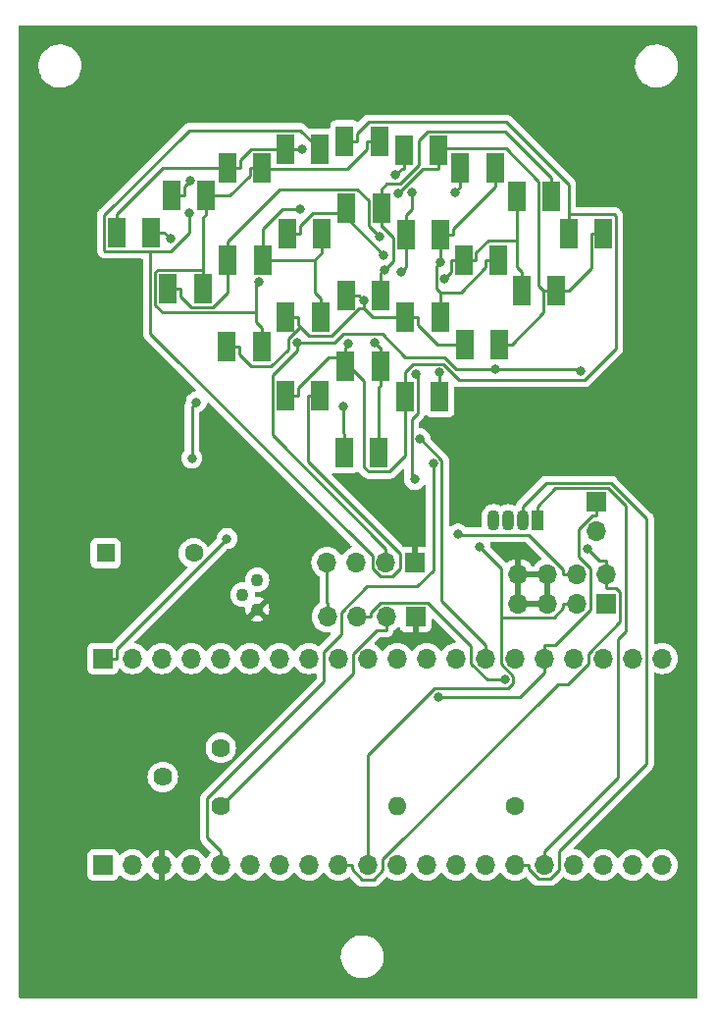
<source format=gbr>
%TF.GenerationSoftware,KiCad,Pcbnew,7.0.7*%
%TF.CreationDate,2024-05-19T18:37:36+02:00*%
%TF.ProjectId,Smart-mobility,536d6172-742d-46d6-9f62-696c6974792e,rev?*%
%TF.SameCoordinates,Original*%
%TF.FileFunction,Copper,L1,Top*%
%TF.FilePolarity,Positive*%
%FSLAX46Y46*%
G04 Gerber Fmt 4.6, Leading zero omitted, Abs format (unit mm)*
G04 Created by KiCad (PCBNEW 7.0.7) date 2024-05-19 18:37:36*
%MOMM*%
%LPD*%
G01*
G04 APERTURE LIST*
%TA.AperFunction,ComponentPad*%
%ADD10R,1.070000X1.800000*%
%TD*%
%TA.AperFunction,ComponentPad*%
%ADD11O,1.070000X1.800000*%
%TD*%
%TA.AperFunction,SMDPad,CuDef*%
%ADD12R,1.500000X2.600000*%
%TD*%
%TA.AperFunction,ComponentPad*%
%ADD13R,1.600000X1.600000*%
%TD*%
%TA.AperFunction,ComponentPad*%
%ADD14C,1.600000*%
%TD*%
%TA.AperFunction,ComponentPad*%
%ADD15R,1.700000X1.700000*%
%TD*%
%TA.AperFunction,ComponentPad*%
%ADD16O,1.700000X1.700000*%
%TD*%
%TA.AperFunction,ComponentPad*%
%ADD17C,1.620000*%
%TD*%
%TA.AperFunction,ComponentPad*%
%ADD18O,1.600000X1.600000*%
%TD*%
%TA.AperFunction,ComponentPad*%
%ADD19C,1.100000*%
%TD*%
%TA.AperFunction,ViaPad*%
%ADD20C,0.800000*%
%TD*%
%TA.AperFunction,Conductor*%
%ADD21C,0.250000*%
%TD*%
G04 APERTURE END LIST*
D10*
%TO.P,D26,1,DO*%
%TO.N,Net-(D26-DO)*%
X93045000Y-73175000D03*
D11*
%TO.P,D26,2,GND*%
%TO.N,Net-(D26-GND)*%
X91775000Y-73175000D03*
%TO.P,D26,3,VDD*%
%TO.N,Net-(D26-VDD)*%
X90505000Y-73175000D03*
%TO.P,D26,4,DI*%
%TO.N,Net-(D26-DI)*%
X89235000Y-73175000D03*
%TD*%
D12*
%TO.P,D2,1,K*%
%TO.N,Net-(D12-K)*%
X61120000Y-53170000D03*
%TO.P,D2,2,A*%
%TO.N,Net-(D1-A)*%
X64120000Y-53170000D03*
%TD*%
%TO.P,D11,1,K*%
%TO.N,Net-(D1-K)*%
X76520000Y-46245000D03*
%TO.P,D11,2,A*%
%TO.N,Net-(D11-A)*%
X79520000Y-46245000D03*
%TD*%
%TO.P,D15,1,K*%
%TO.N,Net-(D10-K)*%
X76345000Y-67320000D03*
%TO.P,D15,2,A*%
%TO.N,Net-(D11-A)*%
X79345000Y-67320000D03*
%TD*%
%TO.P,D20,1,K*%
%TO.N,Net-(D10-K)*%
X86370000Y-42745000D03*
%TO.P,D20,2,A*%
%TO.N,Net-(D16-A)*%
X89370000Y-42745000D03*
%TD*%
%TO.P,D21,1,K*%
%TO.N,Net-(D1-K)*%
X81470000Y-41245000D03*
%TO.P,D21,2,A*%
%TO.N,Net-(D21-A)*%
X84470000Y-41245000D03*
%TD*%
%TO.P,D3,1,K*%
%TO.N,Net-(D13-K)*%
X66195000Y-58195000D03*
%TO.P,D3,2,A*%
%TO.N,Net-(D1-A)*%
X69195000Y-58195000D03*
%TD*%
%TO.P,D14,1,K*%
%TO.N,Net-(D14-K)*%
X76445000Y-59920000D03*
%TO.P,D14,2,A*%
%TO.N,Net-(D11-A)*%
X79445000Y-59920000D03*
%TD*%
%TO.P,D24,1,K*%
%TO.N,Net-(D14-K)*%
X95720000Y-48470000D03*
%TO.P,D24,2,A*%
%TO.N,Net-(D21-A)*%
X98720000Y-48470000D03*
%TD*%
D13*
%TO.P,BZ1,1,-*%
%TO.N,Net-(BZ1--)*%
X55750000Y-76000000D03*
D14*
%TO.P,BZ1,2,+*%
%TO.N,Net-(BZ1-+)*%
X63350000Y-76000000D03*
%TD*%
D12*
%TO.P,D8,1,K*%
%TO.N,Net-(D13-K)*%
X71270000Y-55670000D03*
%TO.P,D8,2,A*%
%TO.N,Net-(D10-A)*%
X74270000Y-55670000D03*
%TD*%
%TO.P,D10,1,K*%
%TO.N,Net-(D10-K)*%
X71245000Y-41195000D03*
%TO.P,D10,2,A*%
%TO.N,Net-(D10-A)*%
X74245000Y-41195000D03*
%TD*%
%TO.P,D4,1,K*%
%TO.N,Net-(D14-K)*%
X76370000Y-40470000D03*
%TO.P,D4,2,A*%
%TO.N,Net-(D1-A)*%
X79370000Y-40470000D03*
%TD*%
%TO.P,D17,1,K*%
%TO.N,Net-(D12-K)*%
X86645000Y-50720000D03*
%TO.P,D17,2,A*%
%TO.N,Net-(D16-A)*%
X89645000Y-50720000D03*
%TD*%
%TO.P,D9,1,K*%
%TO.N,Net-(D14-K)*%
X71245000Y-62445000D03*
%TO.P,D9,2,A*%
%TO.N,Net-(D10-A)*%
X74245000Y-62445000D03*
%TD*%
%TO.P,D19,1,K*%
%TO.N,Net-(D14-K)*%
X81595000Y-62495000D03*
%TO.P,D19,2,A*%
%TO.N,Net-(D16-A)*%
X84595000Y-62495000D03*
%TD*%
%TO.P,D25,1,K*%
%TO.N,Net-(D10-K)*%
X56695000Y-48345000D03*
%TO.P,D25,2,A*%
%TO.N,Net-(D21-A)*%
X59695000Y-48345000D03*
%TD*%
%TO.P,D23,1,K*%
%TO.N,Net-(D13-K)*%
X86720000Y-57995000D03*
%TO.P,D23,2,A*%
%TO.N,Net-(D21-A)*%
X89720000Y-57995000D03*
%TD*%
%TO.P,D16,1,K*%
%TO.N,Net-(D1-K)*%
X81670000Y-48495000D03*
%TO.P,D16,2,A*%
%TO.N,Net-(D16-A)*%
X84670000Y-48495000D03*
%TD*%
%TO.P,D5,1,K*%
%TO.N,Net-(D10-K)*%
X66270000Y-42770000D03*
%TO.P,D5,2,A*%
%TO.N,Net-(D1-A)*%
X69270000Y-42770000D03*
%TD*%
%TO.P,D7,1,K*%
%TO.N,Net-(D12-K)*%
X66295000Y-50720000D03*
%TO.P,D7,2,A*%
%TO.N,Net-(D10-A)*%
X69295000Y-50720000D03*
%TD*%
%TO.P,D1,1,K*%
%TO.N,Net-(D1-K)*%
X61445000Y-45170000D03*
%TO.P,D1,2,A*%
%TO.N,Net-(D1-A)*%
X64445000Y-45170000D03*
%TD*%
%TO.P,D12,1,K*%
%TO.N,Net-(D12-K)*%
X91220000Y-45270000D03*
%TO.P,D12,2,A*%
%TO.N,Net-(D11-A)*%
X94220000Y-45270000D03*
%TD*%
D15*
%TO.P,J2,1,Pin_1*%
%TO.N,GND*%
X82500000Y-81475000D03*
D16*
%TO.P,J2,2,Pin_2*%
%TO.N,+5V*%
X79960000Y-81475000D03*
%TO.P,J2,3,Pin_3*%
%TO.N,Net-(J2-Pin_3)*%
X77420000Y-81475000D03*
%TO.P,J2,4,Pin_4*%
%TO.N,Net-(J2-Pin_4)*%
X74880000Y-81475000D03*
%TD*%
D12*
%TO.P,D13,1,K*%
%TO.N,Net-(D13-K)*%
X76495000Y-53795000D03*
%TO.P,D13,2,A*%
%TO.N,Net-(D11-A)*%
X79495000Y-53795000D03*
%TD*%
%TO.P,D22,1,K*%
%TO.N,Net-(D12-K)*%
X91645000Y-53345000D03*
%TO.P,D22,2,A*%
%TO.N,Net-(D21-A)*%
X94645000Y-53345000D03*
%TD*%
%TO.P,D6,1,K*%
%TO.N,Net-(D1-K)*%
X71420000Y-48445000D03*
%TO.P,D6,2,A*%
%TO.N,Net-(D10-A)*%
X74420000Y-48445000D03*
%TD*%
%TO.P,D18,1,K*%
%TO.N,Net-(D13-K)*%
X81620000Y-55670000D03*
%TO.P,D18,2,A*%
%TO.N,Net-(D16-A)*%
X84620000Y-55670000D03*
%TD*%
D15*
%TO.P,J6,1,Pin_1*%
%TO.N,GND*%
X82475000Y-76800000D03*
D16*
%TO.P,J6,2,Pin_2*%
%TO.N,+5V*%
X79935000Y-76800000D03*
%TO.P,J6,3,Pin_3*%
%TO.N,Net-(J2-Pin_3)*%
X77395000Y-76800000D03*
%TO.P,J6,4,Pin_4*%
%TO.N,Net-(J2-Pin_4)*%
X74855000Y-76800000D03*
%TD*%
D15*
%TO.P,SW1,1*%
%TO.N,Net-(J5-Pin_7)*%
X98975000Y-80350000D03*
D16*
%TO.P,SW1,2*%
%TO.N,Net-(J5-Pin_9)*%
X98975000Y-77810000D03*
%TO.P,SW1,3*%
%TO.N,Net-(J5-Pin_10)*%
X96435000Y-80350000D03*
%TO.P,SW1,4*%
%TO.N,Net-(J5-Pin_12)*%
X96435000Y-77810000D03*
%TO.P,SW1,5*%
%TO.N,GND*%
X93895000Y-80350000D03*
%TO.P,SW1,6*%
X93895000Y-77810000D03*
%TO.P,SW1,7*%
X91355000Y-80350000D03*
%TO.P,SW1,8*%
X91355000Y-77810000D03*
%TD*%
D17*
%TO.P,R20,1*%
%TO.N,+5V*%
X65680000Y-97790000D03*
%TO.P,R20,2*%
%TO.N,Net-(BZ1--)*%
X60680000Y-95290000D03*
%TO.P,R20,3*%
%TO.N,N/C*%
X65680000Y-92790000D03*
%TD*%
D15*
%TO.P,J4,1,Pin_1*%
%TO.N,Net-(J4-Pin_1)*%
X55520000Y-85090000D03*
D16*
%TO.P,J4,2,Pin_2*%
%TO.N,Net-(J4-Pin_2)*%
X58060000Y-85090000D03*
%TO.P,J4,3,Pin_3*%
%TO.N,unconnected-(J4-Pin_3-Pad3)*%
X60600000Y-85090000D03*
%TO.P,J4,4,Pin_4*%
%TO.N,Net-(J4-Pin_4)*%
X63140000Y-85090000D03*
%TO.P,J4,5,Pin_5*%
%TO.N,Net-(J4-Pin_5)*%
X65680000Y-85090000D03*
%TO.P,J4,6,Pin_6*%
%TO.N,Net-(J4-Pin_6)*%
X68220000Y-85090000D03*
%TO.P,J4,7,Pin_7*%
%TO.N,Net-(J4-Pin_7)*%
X70760000Y-85090000D03*
%TO.P,J4,8,Pin_8*%
%TO.N,unconnected-(J4-Pin_8-Pad8)*%
X73300000Y-85090000D03*
%TO.P,J4,9,Pin_9*%
%TO.N,Net-(J4-Pin_9)*%
X75840000Y-85090000D03*
%TO.P,J4,10,Pin_10*%
%TO.N,Net-(J4-Pin_10)*%
X78380000Y-85090000D03*
%TO.P,J4,11,Pin_11*%
%TO.N,unconnected-(J4-Pin_11-Pad11)*%
X80920000Y-85090000D03*
%TO.P,J4,12,Pin_12*%
%TO.N,unconnected-(J4-Pin_12-Pad12)*%
X83460000Y-85090000D03*
%TO.P,J4,13,Pin_13*%
%TO.N,unconnected-(J4-Pin_13-Pad13)*%
X86000000Y-85090000D03*
%TO.P,J4,14,Pin_14*%
%TO.N,Net-(J4-Pin_14)*%
X88540000Y-85090000D03*
%TO.P,J4,15,Pin_15*%
%TO.N,Net-(J4-Pin_15)*%
X91080000Y-85090000D03*
%TO.P,J4,16,Pin_16*%
%TO.N,Net-(J2-Pin_4)*%
X93620000Y-85090000D03*
%TO.P,J4,17,Pin_17*%
%TO.N,Net-(J2-Pin_3)*%
X96160000Y-85090000D03*
%TO.P,J4,18,Pin_18*%
%TO.N,unconnected-(J4-Pin_18-Pad18)*%
X98700000Y-85090000D03*
%TO.P,J4,19,Pin_19*%
%TO.N,unconnected-(J4-Pin_19-Pad19)*%
X101240000Y-85090000D03*
%TO.P,J4,20,Pin_20*%
%TO.N,unconnected-(J4-Pin_20-Pad20)*%
X103780000Y-85090000D03*
%TD*%
D15*
%TO.P,J3,1,Pin_1*%
%TO.N,Net-(J2-Pin_4)*%
X98100000Y-71600000D03*
D16*
%TO.P,J3,2,Pin_2*%
%TO.N,Net-(J2-Pin_3)*%
X98100000Y-74140000D03*
%TD*%
D14*
%TO.P,R21,1*%
%TO.N,Net-(J5-Pin_19)*%
X91080000Y-97815000D03*
D18*
%TO.P,R21,2*%
%TO.N,Net-(Q1-B)*%
X80920000Y-97815000D03*
%TD*%
D19*
%TO.P,Q1,1,C*%
%TO.N,Net-(BZ1-+)*%
X67555000Y-79575000D03*
%TO.P,Q1,2,B*%
%TO.N,Net-(Q1-B)*%
X68825000Y-78305000D03*
%TO.P,Q1,3,E*%
%TO.N,GND*%
X68825000Y-80845000D03*
%TD*%
D15*
%TO.P,J5,1,Pin_1*%
%TO.N,unconnected-(J5-Pin_1-Pad1)*%
X55520000Y-102895000D03*
D16*
%TO.P,J5,2,Pin_2*%
%TO.N,+5V*%
X58060000Y-102895000D03*
%TO.P,J5,3,Pin_3*%
%TO.N,GND*%
X60600000Y-102895000D03*
%TO.P,J5,4,Pin_4*%
%TO.N,unconnected-(J5-Pin_4-Pad4)*%
X63140000Y-102895000D03*
%TO.P,J5,5,Pin_5*%
%TO.N,+3.3V*%
X65680000Y-102895000D03*
%TO.P,J5,6,Pin_6*%
%TO.N,unconnected-(J5-Pin_6-Pad6)*%
X68220000Y-102895000D03*
%TO.P,J5,7,Pin_7*%
%TO.N,Net-(J5-Pin_7)*%
X70760000Y-102895000D03*
%TO.P,J5,8,Pin_8*%
%TO.N,unconnected-(J5-Pin_8-Pad8)*%
X73300000Y-102895000D03*
%TO.P,J5,9,Pin_9*%
%TO.N,Net-(J5-Pin_9)*%
X75840000Y-102895000D03*
%TO.P,J5,10,Pin_10*%
%TO.N,Net-(J5-Pin_10)*%
X78380000Y-102895000D03*
%TO.P,J5,11,Pin_11*%
%TO.N,unconnected-(J5-Pin_11-Pad11)*%
X80920000Y-102895000D03*
%TO.P,J5,12,Pin_12*%
%TO.N,Net-(J5-Pin_12)*%
X83460000Y-102895000D03*
%TO.P,J5,13,Pin_13*%
%TO.N,Net-(D26-DI)*%
X86000000Y-102895000D03*
%TO.P,J5,14,Pin_14*%
%TO.N,Net-(D26-VDD)*%
X88540000Y-102895000D03*
%TO.P,J5,15,Pin_15*%
%TO.N,Net-(D26-GND)*%
X91080000Y-102895000D03*
%TO.P,J5,16,Pin_16*%
%TO.N,Net-(D26-DO)*%
X93620000Y-102895000D03*
%TO.P,J5,17,Pin_17*%
%TO.N,unconnected-(J5-Pin_17-Pad17)*%
X96160000Y-102895000D03*
%TO.P,J5,18,Pin_18*%
%TO.N,unconnected-(J5-Pin_18-Pad18)*%
X98700000Y-102895000D03*
%TO.P,J5,19,Pin_19*%
%TO.N,Net-(J5-Pin_19)*%
X101240000Y-102895000D03*
%TO.P,J5,20,Pin_20*%
%TO.N,unconnected-(J5-Pin_20-Pad20)*%
X103780000Y-102895000D03*
%TD*%
D20*
%TO.N,Net-(D1-K)*%
X63041700Y-43902100D03*
X82176700Y-44875000D03*
X80776500Y-43405400D03*
X79768600Y-50272600D03*
X81233400Y-51759800D03*
%TO.N,Net-(D1-A)*%
X68972500Y-52622000D03*
%TO.N,Net-(D12-K)*%
X84998200Y-52320500D03*
X79422500Y-48717200D03*
%TO.N,Net-(D13-K)*%
X78052500Y-54207600D03*
%TO.N,Net-(D14-K)*%
X76701300Y-57954600D03*
%TO.N,Net-(D10-K)*%
X72683000Y-41192300D03*
X85914400Y-44857300D03*
X76288000Y-63378200D03*
%TO.N,Net-(D10-A)*%
X62945000Y-46662200D03*
X72496600Y-46338300D03*
%TO.N,Net-(D11-A)*%
X79780400Y-51593300D03*
X78969700Y-57836600D03*
%TO.N,Net-(D16-A)*%
X84531200Y-60415100D03*
X84641700Y-50903800D03*
%TO.N,Net-(D21-A)*%
X80974200Y-45012600D03*
X61324400Y-48873600D03*
%TO.N,+5V*%
X89347900Y-60127900D03*
X72260100Y-57842900D03*
X96761800Y-60304900D03*
%TO.N,Net-(J2-Pin_3)*%
X90209900Y-86912500D03*
%TO.N,Net-(J4-Pin_1)*%
X66208700Y-74751500D03*
%TO.N,Net-(U1-I4)*%
X63562200Y-62973300D03*
X63185400Y-67799800D03*
%TO.N,Net-(U2-I2)*%
X82414000Y-69649600D03*
X82544800Y-60544200D03*
%TO.N,Net-(J2-Pin_4)*%
X84442300Y-88431700D03*
%TO.N,Net-(J4-Pin_14)*%
X82883100Y-66150100D03*
%TO.N,+3.3V*%
X84017400Y-68285800D03*
%TO.N,Net-(J5-Pin_9)*%
X97347200Y-75652700D03*
%TO.N,Net-(J5-Pin_10)*%
X88053900Y-75442400D03*
%TO.N,Net-(J5-Pin_12)*%
X86153500Y-74340600D03*
%TD*%
D21*
%TO.N,Net-(D1-K)*%
X82176700Y-46361400D02*
X81670000Y-46868100D01*
X81470000Y-41245000D02*
X81470000Y-42871900D01*
X73623900Y-46644900D02*
X72496900Y-47771900D01*
X76520000Y-46644900D02*
X73623900Y-46644900D01*
X76520000Y-46644900D02*
X76520000Y-47024000D01*
X63041700Y-43902100D02*
X62521900Y-44421900D01*
X61445000Y-45170000D02*
X62521900Y-45170000D01*
X62521900Y-44421900D02*
X62521900Y-45170000D01*
X71420000Y-48445000D02*
X72496900Y-48445000D01*
X81310000Y-42871900D02*
X81470000Y-42871900D01*
X76520000Y-46245000D02*
X76520000Y-46644900D01*
X81670000Y-48495000D02*
X81670000Y-51323200D01*
X80776500Y-43405400D02*
X81310000Y-42871900D01*
X82176700Y-44875000D02*
X82176700Y-46361400D01*
X76520000Y-47024000D02*
X79768600Y-50272600D01*
X72496900Y-47771900D02*
X72496900Y-48445000D01*
X81670000Y-48495000D02*
X81670000Y-46868100D01*
X81670000Y-51323200D02*
X81233400Y-51759800D01*
%TO.N,Net-(D1-A)*%
X68972500Y-52622000D02*
X68720600Y-52873900D01*
X68720600Y-56093700D02*
X68720600Y-55267000D01*
X69270000Y-42770000D02*
X68193100Y-42770000D01*
X79370000Y-40470000D02*
X78293100Y-40470000D01*
X64118500Y-51543100D02*
X64120000Y-51544600D01*
X68720600Y-52873900D02*
X68720600Y-55267000D01*
X68193100Y-43443100D02*
X66466200Y-45170000D01*
X69270000Y-42770000D02*
X69327900Y-42827900D01*
X64120000Y-53170000D02*
X64120000Y-51544600D01*
X60043100Y-51734600D02*
X60234600Y-51543100D01*
X68720600Y-55267000D02*
X60669200Y-55267000D01*
X68193100Y-42770000D02*
X68193100Y-43443100D01*
X69195000Y-56568100D02*
X68720600Y-56093700D01*
X60234600Y-51543100D02*
X64118500Y-51543100D01*
X64118500Y-47123400D02*
X64445000Y-46796900D01*
X69195000Y-58195000D02*
X69195000Y-56568100D01*
X78293100Y-41143100D02*
X78293100Y-40470000D01*
X60669200Y-55267000D02*
X60043100Y-54640900D01*
X64445000Y-45170000D02*
X64445000Y-46796900D01*
X64118500Y-51543100D02*
X64118500Y-47123400D01*
X66466200Y-45170000D02*
X64445000Y-45170000D01*
X76608300Y-42827900D02*
X78293100Y-41143100D01*
X60043100Y-54640900D02*
X60043100Y-51734600D01*
X69327900Y-42827900D02*
X76608300Y-42827900D01*
%TO.N,Net-(D12-K)*%
X91220000Y-49043000D02*
X88758500Y-49043000D01*
X62196900Y-53170000D02*
X62196900Y-53843100D01*
X79422500Y-48717200D02*
X78442500Y-47737200D01*
X78442500Y-45600400D02*
X77460200Y-44618100D01*
X91220000Y-51293100D02*
X91645000Y-51718100D01*
X91645000Y-53345000D02*
X91645000Y-51718100D01*
X62196900Y-53843100D02*
X63150700Y-54796900D01*
X91220000Y-45676700D02*
X91220000Y-49043000D01*
X70770000Y-44618100D02*
X66295000Y-49093100D01*
X86645000Y-50720000D02*
X85568100Y-50720000D01*
X66295000Y-50720000D02*
X66295000Y-49093100D01*
X78442500Y-47737200D02*
X78442500Y-45600400D01*
X65010900Y-54796900D02*
X66295000Y-53512800D01*
X63150700Y-54796900D02*
X65010900Y-54796900D01*
X61120000Y-53170000D02*
X62196900Y-53170000D01*
X91220000Y-45270000D02*
X91220000Y-45676700D01*
X85568100Y-51750600D02*
X85568100Y-50720000D01*
X77460200Y-44618100D02*
X70770000Y-44618100D01*
X86645000Y-50720000D02*
X87721900Y-50720000D01*
X66295000Y-53512800D02*
X66295000Y-50720000D01*
X84998200Y-52320500D02*
X85568100Y-51750600D01*
X91220000Y-49043000D02*
X91220000Y-51293100D01*
X88758500Y-49043000D02*
X87721900Y-50079600D01*
X87721900Y-50079600D02*
X87721900Y-50720000D01*
%TO.N,Net-(D13-K)*%
X72539500Y-56535600D02*
X72346900Y-56343100D01*
X82696900Y-56343100D02*
X84348800Y-57995000D01*
X78052500Y-54892200D02*
X78052500Y-54207600D01*
X78052500Y-54892200D02*
X78830300Y-55670000D01*
X72539500Y-56535600D02*
X71533200Y-57541900D01*
X73300700Y-57296900D02*
X72539500Y-56535600D01*
X84348800Y-57995000D02*
X86720000Y-57995000D01*
X67271900Y-58832400D02*
X67271900Y-58195000D01*
X77624900Y-54892200D02*
X75220200Y-57296900D01*
X78052500Y-54892200D02*
X77624900Y-54892200D01*
X71490100Y-57602200D02*
X71490100Y-58413000D01*
X82696900Y-55670000D02*
X82696900Y-56343100D01*
X77984500Y-54207600D02*
X77571900Y-53795000D01*
X81620000Y-55670000D02*
X82696900Y-55670000D01*
X75220200Y-57296900D02*
X73300700Y-57296900D01*
X78052500Y-54207600D02*
X77984500Y-54207600D01*
X71490100Y-58413000D02*
X70030300Y-59872800D01*
X71533200Y-57559100D02*
X71490100Y-57602200D01*
X66195000Y-58195000D02*
X67271900Y-58195000D01*
X68312300Y-59872800D02*
X67271900Y-58832400D01*
X76495000Y-53795000D02*
X77571900Y-53795000D01*
X71533200Y-57541900D02*
X71533200Y-57559100D01*
X78830300Y-55670000D02*
X81620000Y-55670000D01*
X72346900Y-56343100D02*
X72346900Y-55670000D01*
X71270000Y-55670000D02*
X72346900Y-55670000D01*
X70030300Y-59872800D02*
X68312300Y-59872800D01*
%TO.N,Net-(D14-K)*%
X90293200Y-38801700D02*
X95720000Y-44228500D01*
X80241300Y-68970400D02*
X81595000Y-67616700D01*
X99796900Y-46940000D02*
X99796900Y-58348800D01*
X76445000Y-59106500D02*
X76445000Y-58293100D01*
X76701300Y-58036800D02*
X76445000Y-58293100D01*
X95720000Y-46792300D02*
X99649200Y-46792300D01*
X76445000Y-59513200D02*
X76445000Y-59106500D01*
X76701300Y-57954600D02*
X76701300Y-58036800D01*
X76370000Y-40470000D02*
X77446900Y-40470000D01*
X76445000Y-59513200D02*
X78043800Y-61112000D01*
X78043800Y-61112000D02*
X78043800Y-68564500D01*
X97074200Y-61071500D02*
X86255600Y-61071500D01*
X77446900Y-39796900D02*
X78442100Y-38801700D01*
X78449700Y-68970400D02*
X80241300Y-68970400D01*
X81595000Y-67616700D02*
X81595000Y-62495000D01*
X74987300Y-59106500D02*
X72321900Y-61771900D01*
X82282200Y-59676900D02*
X81595000Y-60364100D01*
X72321900Y-61771900D02*
X72321900Y-62445000D01*
X77446900Y-40470000D02*
X77446900Y-39796900D01*
X95720000Y-46792300D02*
X95720000Y-48470000D01*
X81595000Y-60364100D02*
X81595000Y-60868100D01*
X99649200Y-46792300D02*
X99796900Y-46940000D01*
X95720000Y-44228500D02*
X95720000Y-46792300D01*
X99796900Y-58348800D02*
X97074200Y-61071500D01*
X76445000Y-59920000D02*
X76445000Y-59513200D01*
X78043800Y-68564500D02*
X78449700Y-68970400D01*
X86255600Y-61071500D02*
X84861000Y-59676900D01*
X76445000Y-59106500D02*
X74987300Y-59106500D01*
X84861000Y-59676900D02*
X82282200Y-59676900D01*
X81595000Y-62495000D02*
X81595000Y-60868100D01*
X78442100Y-38801700D02*
X90293200Y-38801700D01*
X71245000Y-62445000D02*
X72321900Y-62445000D01*
%TO.N,Net-(D10-K)*%
X86370000Y-44401700D02*
X86370000Y-42745000D01*
X76288000Y-65636100D02*
X76345000Y-65693100D01*
X67346900Y-42096900D02*
X68300700Y-41143100D01*
X65193100Y-42770000D02*
X60643100Y-42770000D01*
X76345000Y-67320000D02*
X76345000Y-65693100D01*
X66270000Y-42770000D02*
X67346900Y-42770000D01*
X72324600Y-41192300D02*
X72321900Y-41195000D01*
X68300700Y-41143100D02*
X71193100Y-41143100D01*
X85914400Y-44857300D02*
X86370000Y-44401700D01*
X71193100Y-41143100D02*
X71245000Y-41195000D01*
X71245000Y-41195000D02*
X72321900Y-41195000D01*
X72683000Y-41192300D02*
X72324600Y-41192300D01*
X67346900Y-42770000D02*
X67346900Y-42096900D01*
X76288000Y-63378200D02*
X76288000Y-65636100D01*
X56695000Y-47531500D02*
X56695000Y-46718100D01*
X60643100Y-42770000D02*
X56695000Y-46718100D01*
X66270000Y-42770000D02*
X65193100Y-42770000D01*
X56695000Y-47531500D02*
X56695000Y-48345000D01*
%TO.N,Net-(D10-A)*%
X74270000Y-55670000D02*
X74270000Y-54043100D01*
X78758100Y-76262900D02*
X78758100Y-77308500D01*
X74420000Y-48445000D02*
X74420000Y-50071900D01*
X73168100Y-68057200D02*
X73168100Y-62445000D01*
X62943600Y-39528400D02*
X72538300Y-39528400D01*
X72496600Y-46338300D02*
X70983500Y-46338300D01*
X81182500Y-77300500D02*
X81182500Y-76071600D01*
X69295000Y-50720000D02*
X73771900Y-50720000D01*
X79437800Y-77988200D02*
X80494800Y-77988200D01*
X69295000Y-48026800D02*
X69295000Y-50720000D01*
X59590600Y-57095400D02*
X78758100Y-76262900D01*
X73771900Y-53545000D02*
X74270000Y-54043100D01*
X61315400Y-49971900D02*
X59590600Y-49971900D01*
X78758100Y-77308500D02*
X79437800Y-77988200D01*
X80494800Y-77988200D02*
X81182500Y-77300500D01*
X73771900Y-50720000D02*
X73771900Y-53545000D01*
X81182500Y-76071600D02*
X73168100Y-68057200D01*
X62945000Y-46662200D02*
X62945000Y-48342300D01*
X73771900Y-50720000D02*
X74420000Y-50071900D01*
X59590600Y-49971900D02*
X55715500Y-49971900D01*
X74245000Y-41195000D02*
X74204900Y-41195000D01*
X72538300Y-39528400D02*
X74204900Y-41195000D01*
X62945000Y-48342300D02*
X61315400Y-49971900D01*
X74245000Y-62445000D02*
X73168100Y-62445000D01*
X55715500Y-49971900D02*
X55618100Y-49874500D01*
X55618100Y-46853900D02*
X62943600Y-39528400D01*
X70983500Y-46338300D02*
X69295000Y-48026800D01*
X55618100Y-49874500D02*
X55618100Y-46853900D01*
X59590600Y-49971900D02*
X59590600Y-57095400D01*
%TO.N,Net-(D11-A)*%
X80535300Y-50838400D02*
X80535300Y-48760300D01*
X94220000Y-45270000D02*
X94220000Y-43643100D01*
X79520000Y-46245000D02*
X79520000Y-44618100D01*
X81142900Y-44132300D02*
X82741400Y-42533800D01*
X79426200Y-58293100D02*
X78969700Y-57836600D01*
X82741400Y-42533800D02*
X82741400Y-40407400D01*
X79520000Y-44618100D02*
X80005800Y-44132300D01*
X90195000Y-39618100D02*
X94220000Y-43643100D01*
X79495000Y-53795000D02*
X79495000Y-52168100D01*
X79780400Y-51593300D02*
X80535300Y-50838400D01*
X83530700Y-39618100D02*
X90195000Y-39618100D01*
X79445000Y-58293100D02*
X79426200Y-58293100D01*
X79445000Y-59920000D02*
X79445000Y-58293100D01*
X80535300Y-48760300D02*
X79646900Y-47871900D01*
X82741400Y-40407400D02*
X83530700Y-39618100D01*
X79646900Y-47871900D02*
X79520000Y-47871900D01*
X79495000Y-52168100D02*
X79495000Y-51878700D01*
X79495000Y-51878700D02*
X79780400Y-51593300D01*
X79345000Y-67320000D02*
X79345000Y-61646900D01*
X79445000Y-59920000D02*
X79445000Y-61546900D01*
X79520000Y-46245000D02*
X79520000Y-47871900D01*
X80005800Y-44132300D02*
X81142900Y-44132300D01*
X79345000Y-61646900D02*
X79445000Y-61546900D01*
%TO.N,Net-(D16-A)*%
X84595000Y-62495000D02*
X84595000Y-60478900D01*
X88568100Y-51373200D02*
X86417500Y-53523800D01*
X84271300Y-53175100D02*
X84620000Y-53523800D01*
X84641700Y-50150200D02*
X84670000Y-50121900D01*
X85746900Y-47995000D02*
X89370000Y-44371900D01*
X88568100Y-50720000D02*
X88568100Y-51373200D01*
X84620000Y-53523800D02*
X84620000Y-54043100D01*
X84271300Y-51274200D02*
X84271300Y-53175100D01*
X84670000Y-48495000D02*
X84670000Y-50121900D01*
X89645000Y-50720000D02*
X88568100Y-50720000D01*
X84670000Y-48495000D02*
X85746900Y-48495000D01*
X89370000Y-42745000D02*
X89370000Y-44371900D01*
X84595000Y-60478900D02*
X84531200Y-60415100D01*
X84641700Y-50903800D02*
X84271300Y-51274200D01*
X86417500Y-53523800D02*
X84620000Y-53523800D01*
X84620000Y-55670000D02*
X84620000Y-54043100D01*
X85746900Y-48495000D02*
X85746900Y-47995000D01*
X84641700Y-50903800D02*
X84641700Y-50150200D01*
%TO.N,Net-(D21-A)*%
X98720000Y-48470000D02*
X97643100Y-48470000D01*
X90318400Y-41118100D02*
X93143100Y-43942800D01*
X93568100Y-55223800D02*
X93568100Y-53345000D01*
X84470000Y-41245000D02*
X84470000Y-42871900D01*
X84470000Y-41245000D02*
X84596900Y-41118100D01*
X83114900Y-42871900D02*
X84470000Y-42871900D01*
X93143100Y-43942800D02*
X93143100Y-52920000D01*
X80974200Y-45012600D02*
X83114900Y-42871900D01*
X94645000Y-53345000D02*
X95721900Y-53345000D01*
X60771900Y-48345000D02*
X60795800Y-48345000D01*
X60795800Y-48345000D02*
X61324400Y-48873600D01*
X90796900Y-57995000D02*
X93568100Y-55223800D01*
X93143100Y-52920000D02*
X93568100Y-53345000D01*
X94645000Y-53345000D02*
X93568100Y-53345000D01*
X95721900Y-53345000D02*
X97643100Y-51423800D01*
X59695000Y-48345000D02*
X60771900Y-48345000D01*
X97643100Y-51423800D02*
X97643100Y-48470000D01*
X89720000Y-57995000D02*
X90796900Y-57995000D01*
X84596900Y-41118100D02*
X90318400Y-41118100D01*
%TO.N,+5V*%
X89347900Y-60127900D02*
X96584800Y-60127900D01*
X70144900Y-65833000D02*
X79935000Y-75623100D01*
X65680000Y-97790000D02*
X77110000Y-86360000D01*
X70144900Y-60668800D02*
X70144900Y-65833000D01*
X85989700Y-60127900D02*
X84961400Y-59099600D01*
X84961400Y-59099600D02*
X81623000Y-59099600D01*
X76248300Y-57107000D02*
X75512400Y-57842900D01*
X72260100Y-58553600D02*
X70144900Y-60668800D01*
X79960000Y-81475000D02*
X79960000Y-82651900D01*
X75512400Y-57842900D02*
X72260100Y-57842900D01*
X77110000Y-86360000D02*
X77110000Y-84669600D01*
X81623000Y-59099600D02*
X79630400Y-57107000D01*
X89347900Y-60127900D02*
X85989700Y-60127900D01*
X77110000Y-84669600D02*
X79127700Y-82651900D01*
X96584800Y-60127900D02*
X96761800Y-60304900D01*
X79935000Y-76800000D02*
X79935000Y-75623100D01*
X79630400Y-57107000D02*
X76248300Y-57107000D01*
X72260100Y-57842900D02*
X72260100Y-58553600D01*
X79127700Y-82651900D02*
X79960000Y-82651900D01*
%TO.N,Net-(J2-Pin_3)*%
X77420000Y-81475000D02*
X78596900Y-81475000D01*
X79451900Y-80254200D02*
X83522500Y-80254200D01*
X88665400Y-86912400D02*
X90209900Y-86912400D01*
X87270000Y-84001700D02*
X87270000Y-85517000D01*
X90209900Y-86912400D02*
X90209900Y-86912500D01*
X78596900Y-81109200D02*
X79451900Y-80254200D01*
X83522500Y-80254200D02*
X87270000Y-84001700D01*
X87270000Y-85517000D02*
X88665400Y-86912400D01*
X78596900Y-81475000D02*
X78596900Y-81109200D01*
%TO.N,Net-(J4-Pin_1)*%
X56696900Y-84263300D02*
X66208700Y-74751500D01*
X55520000Y-85090000D02*
X56696900Y-85090000D01*
X56696900Y-85090000D02*
X56696900Y-84263300D01*
%TO.N,Net-(D26-DO)*%
X93045000Y-73175000D02*
X93045000Y-71948100D01*
X99970000Y-95368100D02*
X93620000Y-101718100D01*
X93620000Y-102895000D02*
X93620000Y-101718100D01*
X100657100Y-71935700D02*
X100657100Y-82700400D01*
X99144500Y-70423100D02*
X100657100Y-71935700D01*
X93045000Y-71948100D02*
X94570000Y-70423100D01*
X94570000Y-70423100D02*
X99144500Y-70423100D01*
X99970000Y-83387500D02*
X99970000Y-95368100D01*
X100657100Y-82700400D02*
X99970000Y-83387500D01*
%TO.N,Net-(D26-GND)*%
X94151000Y-104078300D02*
X94890000Y-103339300D01*
X94890000Y-103339300D02*
X94890000Y-101745500D01*
X92256900Y-103262800D02*
X93072400Y-104078300D01*
X102436900Y-94198600D02*
X102436900Y-73007200D01*
X99396200Y-69966500D02*
X93756600Y-69966500D01*
X91775000Y-73175000D02*
X91775000Y-71948100D01*
X94890000Y-101745500D02*
X102436900Y-94198600D01*
X93756600Y-69966500D02*
X91775000Y-71948100D01*
X92256900Y-102895000D02*
X92256900Y-103262800D01*
X102436900Y-73007200D02*
X99396200Y-69966500D01*
X91080000Y-102895000D02*
X92256900Y-102895000D01*
X93072400Y-104078300D02*
X94151000Y-104078300D01*
%TO.N,Net-(U1-I4)*%
X63185400Y-67799800D02*
X63185400Y-63350100D01*
X63185400Y-63350100D02*
X63562200Y-62973300D01*
%TO.N,Net-(U2-I2)*%
X82671900Y-60671300D02*
X82671900Y-63930400D01*
X82156100Y-64446200D02*
X82156100Y-69391700D01*
X82544800Y-60544200D02*
X82671900Y-60671300D01*
X82671900Y-63930400D02*
X82156100Y-64446200D01*
X82156100Y-69391700D02*
X82414000Y-69649600D01*
%TO.N,Net-(J2-Pin_4)*%
X97631800Y-80855700D02*
X94574400Y-83913100D01*
X74880000Y-81475000D02*
X74880000Y-80298100D01*
X74855000Y-80273100D02*
X74855000Y-76800000D01*
X98100000Y-72776900D02*
X97732200Y-72776900D01*
X93620000Y-85090000D02*
X93620000Y-86266900D01*
X96589500Y-76300100D02*
X97631800Y-77342400D01*
X94574400Y-83913100D02*
X93620000Y-83913100D01*
X97732200Y-72776900D02*
X96589500Y-73919600D01*
X98100000Y-71600000D02*
X98100000Y-72776900D01*
X93620000Y-86266900D02*
X91455200Y-88431700D01*
X91455200Y-88431700D02*
X84442300Y-88431700D01*
X96589500Y-73919600D02*
X96589500Y-76300100D01*
X97631800Y-77342400D02*
X97631800Y-80855700D01*
X93620000Y-85090000D02*
X93620000Y-83913100D01*
X74880000Y-80298100D02*
X74855000Y-80273100D01*
%TO.N,Net-(J4-Pin_14)*%
X88540000Y-85090000D02*
X88540000Y-83913100D01*
X84744300Y-67984700D02*
X82909700Y-66150100D01*
X88540000Y-83913100D02*
X84744300Y-80117400D01*
X84744300Y-80117400D02*
X84744300Y-67984700D01*
X82909700Y-66150100D02*
X82883100Y-66150100D01*
%TO.N,+3.3V*%
X74570000Y-87098000D02*
X74570000Y-84489600D01*
X84017400Y-77503200D02*
X84017400Y-68285800D01*
X65680000Y-102895000D02*
X65680000Y-101718100D01*
X82631000Y-78889600D02*
X84017400Y-77503200D01*
X76065800Y-81130600D02*
X78306800Y-78889600D01*
X64506900Y-100545000D02*
X64506900Y-97161100D01*
X76065800Y-82993800D02*
X76065800Y-81130600D01*
X65680000Y-101718100D02*
X64506900Y-100545000D01*
X64506900Y-97161100D02*
X74570000Y-87098000D01*
X78306800Y-78889600D02*
X82631000Y-78889600D01*
X74570000Y-84489600D02*
X76065800Y-82993800D01*
%TO.N,Net-(J5-Pin_9)*%
X95647800Y-87297700D02*
X97430000Y-85515500D01*
X98327600Y-76633100D02*
X97347200Y-75652700D01*
X97430000Y-85515500D02*
X97430000Y-84649000D01*
X79650000Y-103354400D02*
X79650000Y-102424200D01*
X94776500Y-87297700D02*
X95647800Y-87297700D01*
X98975000Y-77810000D02*
X98975000Y-78986900D01*
X78876900Y-104127500D02*
X79650000Y-103354400D01*
X77016900Y-102895000D02*
X77016900Y-103262800D01*
X100151900Y-81927100D02*
X100151900Y-79331500D01*
X98975000Y-76633100D02*
X98327600Y-76633100D01*
X77016900Y-103262800D02*
X77881600Y-104127500D01*
X97430000Y-84649000D02*
X100151900Y-81927100D01*
X75840000Y-102895000D02*
X77016900Y-102895000D01*
X99807300Y-78986900D02*
X98975000Y-78986900D01*
X98975000Y-77810000D02*
X98975000Y-76633100D01*
X77881600Y-104127500D02*
X78876900Y-104127500D01*
X100151900Y-79331500D02*
X99807300Y-78986900D01*
X79650000Y-102424200D02*
X94776500Y-87297700D01*
%TO.N,Net-(J5-Pin_10)*%
X84126900Y-87691300D02*
X90462600Y-87691300D01*
X95258100Y-80715800D02*
X95258100Y-80350000D01*
X78380000Y-102895000D02*
X78380000Y-93438200D01*
X94434400Y-81539500D02*
X95258100Y-80715800D01*
X90946400Y-86620800D02*
X89903100Y-85577500D01*
X89903100Y-77291600D02*
X88053900Y-75442400D01*
X90946400Y-87207500D02*
X90946400Y-86620800D01*
X89903100Y-85577500D02*
X89903100Y-81539500D01*
X90462600Y-87691300D02*
X90946400Y-87207500D01*
X89903100Y-81539500D02*
X94434400Y-81539500D01*
X78380000Y-93438200D02*
X84126900Y-87691300D01*
X89903100Y-81539500D02*
X89903100Y-77291600D01*
X96435000Y-80350000D02*
X95258100Y-80350000D01*
%TO.N,Net-(J5-Pin_12)*%
X92225500Y-74411600D02*
X86224500Y-74411600D01*
X95258100Y-77810000D02*
X95258100Y-77444200D01*
X95258100Y-77444200D02*
X92225500Y-74411600D01*
X86224500Y-74411600D02*
X86153500Y-74340600D01*
X96435000Y-77810000D02*
X95258100Y-77810000D01*
%TD*%
%TA.AperFunction,Conductor*%
%TO.N,GND*%
G36*
X84055203Y-81671939D02*
G01*
X84061676Y-81677967D01*
X84997124Y-82613415D01*
X85920520Y-83536811D01*
X85954005Y-83598134D01*
X85949021Y-83667826D01*
X85907149Y-83723759D01*
X85843647Y-83748020D01*
X85764596Y-83754936D01*
X85764586Y-83754938D01*
X85536344Y-83816094D01*
X85536335Y-83816098D01*
X85322171Y-83915964D01*
X85322169Y-83915965D01*
X85128597Y-84051505D01*
X84961505Y-84218597D01*
X84831575Y-84404158D01*
X84776998Y-84447783D01*
X84707500Y-84454977D01*
X84645145Y-84423454D01*
X84628425Y-84404158D01*
X84498494Y-84218597D01*
X84331402Y-84051506D01*
X84331395Y-84051501D01*
X84137834Y-83915967D01*
X84137830Y-83915965D01*
X84104498Y-83900422D01*
X83923663Y-83816097D01*
X83923659Y-83816096D01*
X83923655Y-83816094D01*
X83695413Y-83754938D01*
X83695403Y-83754936D01*
X83460001Y-83734341D01*
X83459999Y-83734341D01*
X83224596Y-83754936D01*
X83224586Y-83754938D01*
X82996344Y-83816094D01*
X82996335Y-83816098D01*
X82782171Y-83915964D01*
X82782169Y-83915965D01*
X82588597Y-84051505D01*
X82421505Y-84218597D01*
X82291575Y-84404158D01*
X82236998Y-84447783D01*
X82167500Y-84454977D01*
X82105145Y-84423454D01*
X82088425Y-84404158D01*
X81958494Y-84218597D01*
X81791402Y-84051506D01*
X81791395Y-84051501D01*
X81597834Y-83915967D01*
X81597830Y-83915965D01*
X81564498Y-83900422D01*
X81383663Y-83816097D01*
X81383659Y-83816096D01*
X81383655Y-83816094D01*
X81155413Y-83754938D01*
X81155403Y-83754936D01*
X80920001Y-83734341D01*
X80919999Y-83734341D01*
X80684596Y-83754936D01*
X80684586Y-83754938D01*
X80456344Y-83816094D01*
X80456335Y-83816098D01*
X80242171Y-83915964D01*
X80242169Y-83915965D01*
X80048597Y-84051505D01*
X79881505Y-84218597D01*
X79751575Y-84404158D01*
X79696998Y-84447783D01*
X79627500Y-84454977D01*
X79565145Y-84423454D01*
X79548425Y-84404158D01*
X79418494Y-84218597D01*
X79251402Y-84051506D01*
X79251395Y-84051501D01*
X79057832Y-83915966D01*
X79007180Y-83892346D01*
X78954741Y-83846173D01*
X78935590Y-83778979D01*
X78955806Y-83712098D01*
X78971899Y-83692289D01*
X79350470Y-83313719D01*
X79411794Y-83280234D01*
X79438152Y-83277400D01*
X79889153Y-83277400D01*
X79912385Y-83279596D01*
X79913989Y-83279901D01*
X79920412Y-83281127D01*
X79977724Y-83277521D01*
X79981597Y-83277400D01*
X79999342Y-83277400D01*
X79999350Y-83277400D01*
X80016990Y-83275171D01*
X80020807Y-83274810D01*
X80078138Y-83271204D01*
X80085905Y-83268680D01*
X80108680Y-83263588D01*
X80116792Y-83262564D01*
X80170195Y-83241419D01*
X80173835Y-83240109D01*
X80228441Y-83222367D01*
X80235337Y-83217990D01*
X80256133Y-83207394D01*
X80263732Y-83204386D01*
X80310191Y-83170630D01*
X80313390Y-83168455D01*
X80361877Y-83137686D01*
X80367466Y-83131733D01*
X80384979Y-83116294D01*
X80391587Y-83111494D01*
X80428190Y-83067247D01*
X80430736Y-83064357D01*
X80470062Y-83022482D01*
X80473998Y-83015321D01*
X80487119Y-82996014D01*
X80492324Y-82989723D01*
X80516769Y-82937774D01*
X80518528Y-82934319D01*
X80546197Y-82883992D01*
X80548227Y-82876081D01*
X80556135Y-82854118D01*
X80559614Y-82846726D01*
X80570377Y-82790301D01*
X80571210Y-82786570D01*
X80585500Y-82730919D01*
X80585500Y-82730916D01*
X80587440Y-82723361D01*
X80590026Y-82724025D01*
X80612788Y-82671789D01*
X80636781Y-82649769D01*
X80637827Y-82649036D01*
X80637830Y-82649035D01*
X80831401Y-82513495D01*
X80953717Y-82391178D01*
X81015036Y-82357696D01*
X81084728Y-82362680D01*
X81140662Y-82404551D01*
X81157577Y-82435528D01*
X81206646Y-82567088D01*
X81206649Y-82567093D01*
X81292809Y-82682187D01*
X81292812Y-82682190D01*
X81407906Y-82768350D01*
X81407913Y-82768354D01*
X81542620Y-82818596D01*
X81542627Y-82818598D01*
X81602155Y-82824999D01*
X81602172Y-82825000D01*
X82250000Y-82825000D01*
X82250000Y-82087301D01*
X82269685Y-82020262D01*
X82322489Y-81974507D01*
X82391647Y-81964563D01*
X82464237Y-81975000D01*
X82464238Y-81975000D01*
X82535762Y-81975000D01*
X82535763Y-81975000D01*
X82608353Y-81964563D01*
X82677512Y-81974507D01*
X82730315Y-82020262D01*
X82750000Y-82087301D01*
X82750000Y-82825000D01*
X83397828Y-82825000D01*
X83397844Y-82824999D01*
X83457372Y-82818598D01*
X83457379Y-82818596D01*
X83592086Y-82768354D01*
X83592093Y-82768350D01*
X83707187Y-82682190D01*
X83707190Y-82682187D01*
X83793350Y-82567093D01*
X83793354Y-82567086D01*
X83843596Y-82432379D01*
X83843598Y-82432372D01*
X83849999Y-82372844D01*
X83850000Y-82372827D01*
X83850000Y-81765652D01*
X83869685Y-81698613D01*
X83922489Y-81652858D01*
X83991647Y-81642914D01*
X84055203Y-81671939D01*
G37*
%TD.AperFunction*%
%TA.AperFunction,Conductor*%
G36*
X93348692Y-80119685D02*
G01*
X93394447Y-80172489D01*
X93404391Y-80241647D01*
X93400631Y-80258933D01*
X93395000Y-80278111D01*
X93395000Y-80421888D01*
X93400631Y-80441067D01*
X93400630Y-80510936D01*
X93362855Y-80569714D01*
X93299299Y-80598738D01*
X93281653Y-80600000D01*
X91968347Y-80600000D01*
X91901308Y-80580315D01*
X91855553Y-80527511D01*
X91845609Y-80458353D01*
X91849369Y-80441067D01*
X91855000Y-80421888D01*
X91855000Y-80278111D01*
X91849369Y-80258933D01*
X91849370Y-80189064D01*
X91887145Y-80130286D01*
X91950701Y-80101262D01*
X91968347Y-80100000D01*
X93281653Y-80100000D01*
X93348692Y-80119685D01*
G37*
%TD.AperFunction*%
%TA.AperFunction,Conductor*%
G36*
X91532512Y-78309507D02*
G01*
X91585315Y-78355262D01*
X91605000Y-78422301D01*
X91605000Y-79737698D01*
X91585315Y-79804737D01*
X91532511Y-79850492D01*
X91463355Y-79860436D01*
X91390766Y-79850000D01*
X91390763Y-79850000D01*
X91319237Y-79850000D01*
X91319233Y-79850000D01*
X91246645Y-79860436D01*
X91177487Y-79850492D01*
X91124684Y-79804736D01*
X91105000Y-79737698D01*
X91105000Y-78422301D01*
X91124685Y-78355262D01*
X91177489Y-78309507D01*
X91246647Y-78299563D01*
X91319237Y-78310000D01*
X91319238Y-78310000D01*
X91390762Y-78310000D01*
X91390763Y-78310000D01*
X91463353Y-78299563D01*
X91532512Y-78309507D01*
G37*
%TD.AperFunction*%
%TA.AperFunction,Conductor*%
G36*
X94072512Y-78309507D02*
G01*
X94125315Y-78355262D01*
X94145000Y-78422301D01*
X94145000Y-79737698D01*
X94125315Y-79804737D01*
X94072511Y-79850492D01*
X94003355Y-79860436D01*
X93930766Y-79850000D01*
X93930763Y-79850000D01*
X93859237Y-79850000D01*
X93859233Y-79850000D01*
X93786645Y-79860436D01*
X93717487Y-79850492D01*
X93664684Y-79804736D01*
X93645000Y-79737698D01*
X93645000Y-78422301D01*
X93664685Y-78355262D01*
X93717489Y-78309507D01*
X93786647Y-78299563D01*
X93859237Y-78310000D01*
X93859238Y-78310000D01*
X93930762Y-78310000D01*
X93930763Y-78310000D01*
X94003353Y-78299563D01*
X94072512Y-78309507D01*
G37*
%TD.AperFunction*%
%TA.AperFunction,Conductor*%
G36*
X93348692Y-77579685D02*
G01*
X93394447Y-77632489D01*
X93404391Y-77701647D01*
X93400631Y-77718933D01*
X93395000Y-77738111D01*
X93395000Y-77881888D01*
X93400631Y-77901067D01*
X93400630Y-77970936D01*
X93362855Y-78029714D01*
X93299299Y-78058738D01*
X93281653Y-78060000D01*
X91968347Y-78060000D01*
X91901308Y-78040315D01*
X91855553Y-77987511D01*
X91845609Y-77918353D01*
X91849369Y-77901067D01*
X91855000Y-77881888D01*
X91855000Y-77738111D01*
X91849369Y-77718933D01*
X91849370Y-77649064D01*
X91887145Y-77590286D01*
X91950701Y-77561262D01*
X91968347Y-77560000D01*
X93281653Y-77560000D01*
X93348692Y-77579685D01*
G37*
%TD.AperFunction*%
%TA.AperFunction,Conductor*%
G36*
X91982087Y-75056785D02*
G01*
X92002729Y-75073419D01*
X93329727Y-76400417D01*
X93363212Y-76461740D01*
X93358228Y-76531432D01*
X93316356Y-76587365D01*
X93294451Y-76600480D01*
X93217422Y-76636399D01*
X93217420Y-76636400D01*
X93023926Y-76771886D01*
X93023920Y-76771891D01*
X92856891Y-76938920D01*
X92856890Y-76938922D01*
X92726575Y-77125031D01*
X92671998Y-77168655D01*
X92602499Y-77175848D01*
X92540145Y-77144326D01*
X92523425Y-77125031D01*
X92393109Y-76938922D01*
X92393108Y-76938920D01*
X92226082Y-76771894D01*
X92032578Y-76636399D01*
X91818492Y-76536570D01*
X91818486Y-76536567D01*
X91605000Y-76479364D01*
X91605000Y-77197698D01*
X91585315Y-77264737D01*
X91532511Y-77310492D01*
X91463355Y-77320436D01*
X91390766Y-77310000D01*
X91390763Y-77310000D01*
X91319237Y-77310000D01*
X91319233Y-77310000D01*
X91246645Y-77320436D01*
X91177487Y-77310492D01*
X91124684Y-77264736D01*
X91105000Y-77197698D01*
X91105000Y-76479364D01*
X91104999Y-76479364D01*
X90891513Y-76536567D01*
X90891507Y-76536570D01*
X90677422Y-76636399D01*
X90677420Y-76636400D01*
X90483919Y-76771891D01*
X90463629Y-76792181D01*
X90402306Y-76825665D01*
X90332614Y-76820679D01*
X90288269Y-76792179D01*
X88992860Y-75496769D01*
X88959375Y-75435446D01*
X88957223Y-75422068D01*
X88939574Y-75254144D01*
X88921791Y-75199416D01*
X88919797Y-75129578D01*
X88955877Y-75069745D01*
X89018577Y-75038916D01*
X89039723Y-75037100D01*
X91915048Y-75037100D01*
X91982087Y-75056785D01*
G37*
%TD.AperFunction*%
%TA.AperFunction,Conductor*%
G36*
X81449934Y-68748869D02*
G01*
X81505867Y-68790741D01*
X81530284Y-68856205D01*
X81530600Y-68865051D01*
X81530600Y-69308955D01*
X81528875Y-69324572D01*
X81529161Y-69324599D01*
X81528426Y-69332365D01*
X81530600Y-69401514D01*
X81530600Y-69434945D01*
X81530067Y-69434945D01*
X81528605Y-69454840D01*
X81529005Y-69454883D01*
X81513956Y-69598073D01*
X81508540Y-69649600D01*
X81528326Y-69837856D01*
X81528327Y-69837859D01*
X81586818Y-70017877D01*
X81586821Y-70017884D01*
X81681467Y-70181816D01*
X81715490Y-70219602D01*
X81808129Y-70322488D01*
X81961265Y-70433748D01*
X81961270Y-70433751D01*
X82134192Y-70510742D01*
X82134197Y-70510744D01*
X82319354Y-70550100D01*
X82319355Y-70550100D01*
X82508644Y-70550100D01*
X82508646Y-70550100D01*
X82693803Y-70510744D01*
X82866730Y-70433751D01*
X83019871Y-70322488D01*
X83146533Y-70181816D01*
X83160512Y-70157602D01*
X83211079Y-70109387D01*
X83279686Y-70096163D01*
X83344551Y-70122131D01*
X83385080Y-70179045D01*
X83391900Y-70219602D01*
X83391900Y-75326000D01*
X83372215Y-75393039D01*
X83319411Y-75438794D01*
X83267900Y-75450000D01*
X82725000Y-75450000D01*
X82725000Y-76187698D01*
X82705315Y-76254737D01*
X82652511Y-76300492D01*
X82583355Y-76310436D01*
X82510766Y-76300000D01*
X82510763Y-76300000D01*
X82439237Y-76300000D01*
X82439233Y-76300000D01*
X82366645Y-76310436D01*
X82297487Y-76300492D01*
X82244684Y-76254736D01*
X82225000Y-76187698D01*
X82225000Y-75450000D01*
X81577169Y-75450000D01*
X81517258Y-75456441D01*
X81448499Y-75444035D01*
X81416323Y-75420832D01*
X75287833Y-69292342D01*
X75254348Y-69231019D01*
X75259332Y-69161327D01*
X75301204Y-69105394D01*
X75366668Y-69080977D01*
X75418847Y-69088479D01*
X75487517Y-69114091D01*
X75487516Y-69114091D01*
X75494444Y-69114835D01*
X75547127Y-69120500D01*
X77142872Y-69120499D01*
X77202483Y-69114091D01*
X77337331Y-69063796D01*
X77338212Y-69063136D01*
X77431756Y-68993110D01*
X77497220Y-68968692D01*
X77565493Y-68983543D01*
X77585107Y-68996832D01*
X77620109Y-69025788D01*
X77624420Y-69029710D01*
X77787101Y-69192391D01*
X77948894Y-69354184D01*
X77958717Y-69366445D01*
X77958939Y-69366263D01*
X77963912Y-69372275D01*
X77963913Y-69372276D01*
X77963914Y-69372277D01*
X77982537Y-69389765D01*
X78014336Y-69419627D01*
X78035223Y-69440515D01*
X78035227Y-69440518D01*
X78035229Y-69440520D01*
X78040711Y-69444773D01*
X78045143Y-69448557D01*
X78079118Y-69480462D01*
X78096676Y-69490114D01*
X78112935Y-69500795D01*
X78128764Y-69513073D01*
X78171538Y-69531582D01*
X78176756Y-69534138D01*
X78217608Y-69556597D01*
X78237016Y-69561580D01*
X78255417Y-69567880D01*
X78273804Y-69575837D01*
X78317188Y-69582708D01*
X78319819Y-69583125D01*
X78325539Y-69584309D01*
X78370681Y-69595900D01*
X78390716Y-69595900D01*
X78410114Y-69597426D01*
X78429894Y-69600559D01*
X78429895Y-69600560D01*
X78429895Y-69600559D01*
X78429896Y-69600560D01*
X78476283Y-69596175D01*
X78482122Y-69595900D01*
X80158557Y-69595900D01*
X80174177Y-69597624D01*
X80174204Y-69597339D01*
X80181960Y-69598071D01*
X80181967Y-69598073D01*
X80251114Y-69595900D01*
X80280650Y-69595900D01*
X80287528Y-69595030D01*
X80293341Y-69594572D01*
X80339927Y-69593109D01*
X80359169Y-69587517D01*
X80378212Y-69583574D01*
X80398092Y-69581064D01*
X80441422Y-69563907D01*
X80446946Y-69562017D01*
X80450696Y-69560927D01*
X80491690Y-69549018D01*
X80508929Y-69538822D01*
X80526403Y-69530262D01*
X80545027Y-69522888D01*
X80545027Y-69522887D01*
X80545032Y-69522886D01*
X80582749Y-69495482D01*
X80587605Y-69492292D01*
X80627720Y-69468570D01*
X80641889Y-69454399D01*
X80656679Y-69441768D01*
X80672887Y-69429994D01*
X80702599Y-69394076D01*
X80706512Y-69389776D01*
X81318920Y-68777369D01*
X81380242Y-68743885D01*
X81449934Y-68748869D01*
G37*
%TD.AperFunction*%
%TA.AperFunction,Conductor*%
G36*
X106742539Y-30500185D02*
G01*
X106788294Y-30552989D01*
X106799500Y-30604500D01*
X106799500Y-114255500D01*
X106779815Y-114322539D01*
X106727011Y-114368294D01*
X106675500Y-114379500D01*
X48344500Y-114379500D01*
X48277461Y-114359815D01*
X48231706Y-114307011D01*
X48220500Y-114255500D01*
X48220500Y-110867763D01*
X76045787Y-110867763D01*
X76075413Y-111137013D01*
X76075415Y-111137024D01*
X76143926Y-111399082D01*
X76143928Y-111399088D01*
X76249870Y-111648390D01*
X76321998Y-111766575D01*
X76390979Y-111879605D01*
X76390986Y-111879615D01*
X76564253Y-112087819D01*
X76564259Y-112087824D01*
X76765998Y-112268582D01*
X76991910Y-112418044D01*
X77237176Y-112533020D01*
X77237183Y-112533022D01*
X77237185Y-112533023D01*
X77496557Y-112611057D01*
X77496564Y-112611058D01*
X77496569Y-112611060D01*
X77764561Y-112650500D01*
X77764566Y-112650500D01*
X77967636Y-112650500D01*
X78019133Y-112646730D01*
X78170156Y-112635677D01*
X78282758Y-112610593D01*
X78434546Y-112576782D01*
X78434548Y-112576781D01*
X78434553Y-112576780D01*
X78687558Y-112480014D01*
X78923777Y-112347441D01*
X79138177Y-112181888D01*
X79326186Y-111986881D01*
X79483799Y-111766579D01*
X79557787Y-111622669D01*
X79607649Y-111525690D01*
X79607651Y-111525684D01*
X79607656Y-111525675D01*
X79695118Y-111269305D01*
X79744319Y-111002933D01*
X79754212Y-110732235D01*
X79724586Y-110462982D01*
X79656072Y-110200912D01*
X79550130Y-109951610D01*
X79409018Y-109720390D01*
X79319747Y-109613119D01*
X79235746Y-109512180D01*
X79235740Y-109512175D01*
X79034002Y-109331418D01*
X78808092Y-109181957D01*
X78808090Y-109181956D01*
X78562824Y-109066980D01*
X78562819Y-109066978D01*
X78562814Y-109066976D01*
X78303442Y-108988942D01*
X78303428Y-108988939D01*
X78187791Y-108971921D01*
X78035439Y-108949500D01*
X77832369Y-108949500D01*
X77832364Y-108949500D01*
X77629844Y-108964323D01*
X77629831Y-108964325D01*
X77365453Y-109023217D01*
X77365446Y-109023220D01*
X77112439Y-109119987D01*
X76876226Y-109252557D01*
X76661822Y-109418112D01*
X76473822Y-109613109D01*
X76473816Y-109613116D01*
X76316202Y-109833419D01*
X76316199Y-109833424D01*
X76192350Y-110074309D01*
X76192343Y-110074327D01*
X76104884Y-110330685D01*
X76104881Y-110330699D01*
X76055681Y-110597068D01*
X76055680Y-110597075D01*
X76045787Y-110867763D01*
X48220500Y-110867763D01*
X48220500Y-103792870D01*
X54169500Y-103792870D01*
X54169501Y-103792876D01*
X54175908Y-103852483D01*
X54226202Y-103987328D01*
X54226206Y-103987335D01*
X54312452Y-104102544D01*
X54312455Y-104102547D01*
X54427664Y-104188793D01*
X54427671Y-104188797D01*
X54562517Y-104239091D01*
X54562516Y-104239091D01*
X54569444Y-104239835D01*
X54622127Y-104245500D01*
X56417872Y-104245499D01*
X56477483Y-104239091D01*
X56612331Y-104188796D01*
X56727546Y-104102546D01*
X56813796Y-103987331D01*
X56862810Y-103855916D01*
X56904681Y-103799984D01*
X56970145Y-103775566D01*
X57038418Y-103790417D01*
X57066673Y-103811569D01*
X57188599Y-103933495D01*
X57285384Y-104001265D01*
X57382165Y-104069032D01*
X57382167Y-104069033D01*
X57382170Y-104069035D01*
X57596337Y-104168903D01*
X57824592Y-104230063D01*
X58001034Y-104245500D01*
X58059999Y-104250659D01*
X58060000Y-104250659D01*
X58060001Y-104250659D01*
X58118966Y-104245500D01*
X58295408Y-104230063D01*
X58523663Y-104168903D01*
X58737830Y-104069035D01*
X58931401Y-103933495D01*
X59098495Y-103766401D01*
X59228730Y-103580405D01*
X59283307Y-103536781D01*
X59352805Y-103529587D01*
X59415160Y-103561110D01*
X59431879Y-103580405D01*
X59561890Y-103766078D01*
X59728917Y-103933105D01*
X59922421Y-104068600D01*
X60136507Y-104168429D01*
X60136516Y-104168433D01*
X60350000Y-104225634D01*
X60350000Y-103507301D01*
X60369685Y-103440262D01*
X60422489Y-103394507D01*
X60491647Y-103384563D01*
X60564237Y-103395000D01*
X60564238Y-103395000D01*
X60635762Y-103395000D01*
X60635763Y-103395000D01*
X60708352Y-103384563D01*
X60777510Y-103394507D01*
X60830314Y-103440261D01*
X60849999Y-103507301D01*
X60849999Y-104225633D01*
X61063483Y-104168433D01*
X61063492Y-104168429D01*
X61277578Y-104068600D01*
X61471082Y-103933105D01*
X61638105Y-103766082D01*
X61768119Y-103580405D01*
X61822696Y-103536781D01*
X61892195Y-103529588D01*
X61954549Y-103561110D01*
X61971269Y-103580405D01*
X62101505Y-103766401D01*
X62268599Y-103933495D01*
X62365384Y-104001265D01*
X62462165Y-104069032D01*
X62462167Y-104069033D01*
X62462170Y-104069035D01*
X62676337Y-104168903D01*
X62904592Y-104230063D01*
X63081034Y-104245500D01*
X63139999Y-104250659D01*
X63140000Y-104250659D01*
X63140001Y-104250659D01*
X63198966Y-104245500D01*
X63375408Y-104230063D01*
X63603663Y-104168903D01*
X63817830Y-104069035D01*
X64011401Y-103933495D01*
X64178495Y-103766401D01*
X64308426Y-103580841D01*
X64363002Y-103537217D01*
X64432500Y-103530023D01*
X64494855Y-103561546D01*
X64511575Y-103580842D01*
X64641500Y-103766395D01*
X64641505Y-103766401D01*
X64808599Y-103933495D01*
X64905384Y-104001265D01*
X65002165Y-104069032D01*
X65002167Y-104069033D01*
X65002170Y-104069035D01*
X65216337Y-104168903D01*
X65444592Y-104230063D01*
X65621034Y-104245500D01*
X65679999Y-104250659D01*
X65680000Y-104250659D01*
X65680001Y-104250659D01*
X65738966Y-104245500D01*
X65915408Y-104230063D01*
X66143663Y-104168903D01*
X66357830Y-104069035D01*
X66551401Y-103933495D01*
X66718495Y-103766401D01*
X66848426Y-103580841D01*
X66903002Y-103537217D01*
X66972500Y-103530023D01*
X67034855Y-103561546D01*
X67051575Y-103580842D01*
X67181500Y-103766395D01*
X67181505Y-103766401D01*
X67348599Y-103933495D01*
X67445384Y-104001265D01*
X67542165Y-104069032D01*
X67542167Y-104069033D01*
X67542170Y-104069035D01*
X67756337Y-104168903D01*
X67984592Y-104230063D01*
X68161034Y-104245500D01*
X68219999Y-104250659D01*
X68220000Y-104250659D01*
X68220001Y-104250659D01*
X68278966Y-104245500D01*
X68455408Y-104230063D01*
X68683663Y-104168903D01*
X68897830Y-104069035D01*
X69091401Y-103933495D01*
X69258495Y-103766401D01*
X69388426Y-103580841D01*
X69443002Y-103537217D01*
X69512500Y-103530023D01*
X69574855Y-103561546D01*
X69591575Y-103580842D01*
X69721500Y-103766395D01*
X69721505Y-103766401D01*
X69888599Y-103933495D01*
X69985384Y-104001265D01*
X70082165Y-104069032D01*
X70082167Y-104069033D01*
X70082170Y-104069035D01*
X70296337Y-104168903D01*
X70524592Y-104230063D01*
X70701034Y-104245500D01*
X70759999Y-104250659D01*
X70760000Y-104250659D01*
X70760001Y-104250659D01*
X70818966Y-104245500D01*
X70995408Y-104230063D01*
X71223663Y-104168903D01*
X71437830Y-104069035D01*
X71631401Y-103933495D01*
X71798495Y-103766401D01*
X71928426Y-103580841D01*
X71983002Y-103537217D01*
X72052500Y-103530023D01*
X72114855Y-103561546D01*
X72131575Y-103580842D01*
X72261500Y-103766395D01*
X72261505Y-103766401D01*
X72428599Y-103933495D01*
X72525384Y-104001265D01*
X72622165Y-104069032D01*
X72622167Y-104069033D01*
X72622170Y-104069035D01*
X72836337Y-104168903D01*
X73064592Y-104230063D01*
X73241034Y-104245500D01*
X73299999Y-104250659D01*
X73300000Y-104250659D01*
X73300001Y-104250659D01*
X73358966Y-104245500D01*
X73535408Y-104230063D01*
X73763663Y-104168903D01*
X73977830Y-104069035D01*
X74171401Y-103933495D01*
X74338495Y-103766401D01*
X74468426Y-103580841D01*
X74523002Y-103537217D01*
X74592500Y-103530023D01*
X74654855Y-103561546D01*
X74671575Y-103580842D01*
X74801500Y-103766395D01*
X74801505Y-103766401D01*
X74968599Y-103933495D01*
X75065384Y-104001265D01*
X75162165Y-104069032D01*
X75162167Y-104069033D01*
X75162170Y-104069035D01*
X75376337Y-104168903D01*
X75604592Y-104230063D01*
X75781034Y-104245500D01*
X75839999Y-104250659D01*
X75840000Y-104250659D01*
X75840001Y-104250659D01*
X75898966Y-104245500D01*
X76075408Y-104230063D01*
X76303663Y-104168903D01*
X76517830Y-104069035D01*
X76680048Y-103955448D01*
X76746252Y-103933121D01*
X76814019Y-103950131D01*
X76838851Y-103969342D01*
X77380797Y-104511288D01*
X77390622Y-104523551D01*
X77390843Y-104523369D01*
X77395814Y-104529378D01*
X77416643Y-104548937D01*
X77446235Y-104576726D01*
X77467129Y-104597620D01*
X77472611Y-104601873D01*
X77477043Y-104605657D01*
X77511018Y-104637562D01*
X77528576Y-104647214D01*
X77544835Y-104657895D01*
X77560664Y-104670173D01*
X77603438Y-104688682D01*
X77608656Y-104691238D01*
X77649508Y-104713697D01*
X77668916Y-104718680D01*
X77687317Y-104724980D01*
X77705704Y-104732937D01*
X77749088Y-104739808D01*
X77751719Y-104740225D01*
X77757439Y-104741409D01*
X77802581Y-104753000D01*
X77822616Y-104753000D01*
X77842014Y-104754526D01*
X77861794Y-104757659D01*
X77861795Y-104757660D01*
X77861795Y-104757659D01*
X77861796Y-104757660D01*
X77908183Y-104753275D01*
X77914022Y-104753000D01*
X78794157Y-104753000D01*
X78809777Y-104754724D01*
X78809804Y-104754439D01*
X78817560Y-104755171D01*
X78817567Y-104755173D01*
X78886714Y-104753000D01*
X78916250Y-104753000D01*
X78923128Y-104752130D01*
X78928941Y-104751672D01*
X78975527Y-104750209D01*
X78994769Y-104744617D01*
X79013812Y-104740674D01*
X79033692Y-104738164D01*
X79077022Y-104721007D01*
X79082546Y-104719117D01*
X79086296Y-104718027D01*
X79127290Y-104706118D01*
X79144529Y-104695922D01*
X79162003Y-104687362D01*
X79180627Y-104679988D01*
X79180627Y-104679987D01*
X79180632Y-104679986D01*
X79218349Y-104652582D01*
X79223205Y-104649392D01*
X79263320Y-104625670D01*
X79277489Y-104611499D01*
X79292279Y-104598868D01*
X79308487Y-104587094D01*
X79338199Y-104551176D01*
X79342112Y-104546876D01*
X79920266Y-103968722D01*
X79981587Y-103935239D01*
X80051279Y-103940223D01*
X80079068Y-103954830D01*
X80242165Y-104069032D01*
X80242167Y-104069033D01*
X80242170Y-104069035D01*
X80456337Y-104168903D01*
X80684592Y-104230063D01*
X80861034Y-104245500D01*
X80919999Y-104250659D01*
X80920000Y-104250659D01*
X80920001Y-104250659D01*
X80978966Y-104245500D01*
X81155408Y-104230063D01*
X81383663Y-104168903D01*
X81597830Y-104069035D01*
X81791401Y-103933495D01*
X81958495Y-103766401D01*
X82088426Y-103580841D01*
X82143002Y-103537217D01*
X82212500Y-103530023D01*
X82274855Y-103561546D01*
X82291575Y-103580842D01*
X82421500Y-103766395D01*
X82421505Y-103766401D01*
X82588599Y-103933495D01*
X82685384Y-104001265D01*
X82782165Y-104069032D01*
X82782167Y-104069033D01*
X82782170Y-104069035D01*
X82996337Y-104168903D01*
X83224592Y-104230063D01*
X83401034Y-104245500D01*
X83459999Y-104250659D01*
X83460000Y-104250659D01*
X83460001Y-104250659D01*
X83518966Y-104245500D01*
X83695408Y-104230063D01*
X83923663Y-104168903D01*
X84137830Y-104069035D01*
X84331401Y-103933495D01*
X84498495Y-103766401D01*
X84628426Y-103580841D01*
X84683002Y-103537217D01*
X84752500Y-103530023D01*
X84814855Y-103561546D01*
X84831575Y-103580842D01*
X84961500Y-103766395D01*
X84961505Y-103766401D01*
X85128599Y-103933495D01*
X85225384Y-104001265D01*
X85322165Y-104069032D01*
X85322167Y-104069033D01*
X85322170Y-104069035D01*
X85536337Y-104168903D01*
X85764592Y-104230063D01*
X85941034Y-104245500D01*
X85999999Y-104250659D01*
X86000000Y-104250659D01*
X86000001Y-104250659D01*
X86058966Y-104245500D01*
X86235408Y-104230063D01*
X86463663Y-104168903D01*
X86677830Y-104069035D01*
X86871401Y-103933495D01*
X87038495Y-103766401D01*
X87168426Y-103580841D01*
X87223002Y-103537217D01*
X87292500Y-103530023D01*
X87354855Y-103561546D01*
X87371575Y-103580842D01*
X87501500Y-103766395D01*
X87501505Y-103766401D01*
X87668599Y-103933495D01*
X87765384Y-104001264D01*
X87862165Y-104069032D01*
X87862167Y-104069033D01*
X87862170Y-104069035D01*
X88076337Y-104168903D01*
X88304592Y-104230063D01*
X88481034Y-104245500D01*
X88539999Y-104250659D01*
X88540000Y-104250659D01*
X88540001Y-104250659D01*
X88598966Y-104245500D01*
X88775408Y-104230063D01*
X89003663Y-104168903D01*
X89217830Y-104069035D01*
X89411401Y-103933495D01*
X89578495Y-103766401D01*
X89708426Y-103580840D01*
X89763001Y-103537217D01*
X89832499Y-103530023D01*
X89894854Y-103561546D01*
X89911574Y-103580841D01*
X90041505Y-103766401D01*
X90208599Y-103933495D01*
X90305384Y-104001264D01*
X90402165Y-104069032D01*
X90402167Y-104069033D01*
X90402170Y-104069035D01*
X90616337Y-104168903D01*
X90844592Y-104230063D01*
X91021034Y-104245500D01*
X91079999Y-104250659D01*
X91080000Y-104250659D01*
X91080001Y-104250659D01*
X91138966Y-104245500D01*
X91315408Y-104230063D01*
X91543663Y-104168903D01*
X91757830Y-104069035D01*
X91920048Y-103955448D01*
X91986252Y-103933121D01*
X92054019Y-103950131D01*
X92078851Y-103969342D01*
X92571597Y-104462088D01*
X92581422Y-104474351D01*
X92581643Y-104474169D01*
X92586614Y-104480178D01*
X92607443Y-104499737D01*
X92637035Y-104527526D01*
X92657929Y-104548420D01*
X92663411Y-104552673D01*
X92667843Y-104556457D01*
X92701818Y-104588362D01*
X92719376Y-104598014D01*
X92735635Y-104608695D01*
X92751464Y-104620973D01*
X92794238Y-104639482D01*
X92799456Y-104642038D01*
X92840308Y-104664497D01*
X92859716Y-104669480D01*
X92878117Y-104675780D01*
X92896504Y-104683737D01*
X92939888Y-104690608D01*
X92942519Y-104691025D01*
X92948239Y-104692209D01*
X92993381Y-104703800D01*
X93013416Y-104703800D01*
X93032814Y-104705326D01*
X93052594Y-104708459D01*
X93052595Y-104708460D01*
X93052595Y-104708459D01*
X93052596Y-104708460D01*
X93098983Y-104704075D01*
X93104822Y-104703800D01*
X94068257Y-104703800D01*
X94083877Y-104705524D01*
X94083904Y-104705239D01*
X94091660Y-104705971D01*
X94091667Y-104705973D01*
X94160814Y-104703800D01*
X94190350Y-104703800D01*
X94197228Y-104702930D01*
X94203041Y-104702472D01*
X94249627Y-104701009D01*
X94268869Y-104695417D01*
X94287912Y-104691474D01*
X94307792Y-104688964D01*
X94351122Y-104671807D01*
X94356646Y-104669917D01*
X94360396Y-104668827D01*
X94401390Y-104656918D01*
X94418629Y-104646722D01*
X94436103Y-104638162D01*
X94454727Y-104630788D01*
X94454727Y-104630787D01*
X94454732Y-104630786D01*
X94492449Y-104603382D01*
X94497305Y-104600192D01*
X94537420Y-104576470D01*
X94551589Y-104562299D01*
X94566379Y-104549668D01*
X94582587Y-104537894D01*
X94612299Y-104501976D01*
X94616212Y-104497676D01*
X95151384Y-103962504D01*
X95212706Y-103929021D01*
X95282398Y-103934005D01*
X95310187Y-103948612D01*
X95482165Y-104069032D01*
X95482167Y-104069033D01*
X95482170Y-104069035D01*
X95696337Y-104168903D01*
X95924592Y-104230063D01*
X96101034Y-104245500D01*
X96159999Y-104250659D01*
X96160000Y-104250659D01*
X96160001Y-104250659D01*
X96218966Y-104245500D01*
X96395408Y-104230063D01*
X96623663Y-104168903D01*
X96837830Y-104069035D01*
X97031401Y-103933495D01*
X97198495Y-103766401D01*
X97328426Y-103580841D01*
X97383002Y-103537217D01*
X97452500Y-103530023D01*
X97514855Y-103561546D01*
X97531575Y-103580842D01*
X97661500Y-103766395D01*
X97661505Y-103766401D01*
X97828599Y-103933495D01*
X97925384Y-104001264D01*
X98022165Y-104069032D01*
X98022167Y-104069033D01*
X98022170Y-104069035D01*
X98236337Y-104168903D01*
X98464592Y-104230063D01*
X98641034Y-104245500D01*
X98699999Y-104250659D01*
X98700000Y-104250659D01*
X98700001Y-104250659D01*
X98758966Y-104245500D01*
X98935408Y-104230063D01*
X99163663Y-104168903D01*
X99377830Y-104069035D01*
X99571401Y-103933495D01*
X99738495Y-103766401D01*
X99868426Y-103580840D01*
X99923001Y-103537217D01*
X99992499Y-103530023D01*
X100054854Y-103561546D01*
X100071574Y-103580841D01*
X100201505Y-103766401D01*
X100368599Y-103933495D01*
X100465384Y-104001264D01*
X100562165Y-104069032D01*
X100562167Y-104069033D01*
X100562170Y-104069035D01*
X100776337Y-104168903D01*
X101004592Y-104230063D01*
X101181034Y-104245500D01*
X101239999Y-104250659D01*
X101240000Y-104250659D01*
X101240001Y-104250659D01*
X101298966Y-104245500D01*
X101475408Y-104230063D01*
X101703663Y-104168903D01*
X101917830Y-104069035D01*
X102111401Y-103933495D01*
X102278495Y-103766401D01*
X102408426Y-103580841D01*
X102463002Y-103537217D01*
X102532500Y-103530023D01*
X102594855Y-103561546D01*
X102611575Y-103580842D01*
X102741500Y-103766395D01*
X102741505Y-103766401D01*
X102908599Y-103933495D01*
X103005384Y-104001264D01*
X103102165Y-104069032D01*
X103102167Y-104069033D01*
X103102170Y-104069035D01*
X103316337Y-104168903D01*
X103544592Y-104230063D01*
X103721034Y-104245500D01*
X103779999Y-104250659D01*
X103780000Y-104250659D01*
X103780001Y-104250659D01*
X103838966Y-104245500D01*
X104015408Y-104230063D01*
X104243663Y-104168903D01*
X104457830Y-104069035D01*
X104651401Y-103933495D01*
X104818495Y-103766401D01*
X104954035Y-103572830D01*
X105053903Y-103358663D01*
X105115063Y-103130408D01*
X105135659Y-102895000D01*
X105115063Y-102659592D01*
X105053903Y-102431337D01*
X104954035Y-102217171D01*
X104948731Y-102209595D01*
X104818494Y-102023597D01*
X104651402Y-101856506D01*
X104651395Y-101856501D01*
X104457834Y-101720967D01*
X104457830Y-101720965D01*
X104454474Y-101719400D01*
X104243663Y-101621097D01*
X104243659Y-101621096D01*
X104243655Y-101621094D01*
X104015413Y-101559938D01*
X104015403Y-101559936D01*
X103780001Y-101539341D01*
X103779999Y-101539341D01*
X103544596Y-101559936D01*
X103544586Y-101559938D01*
X103316344Y-101621094D01*
X103316335Y-101621098D01*
X103102171Y-101720964D01*
X103102169Y-101720965D01*
X102908597Y-101856505D01*
X102741505Y-102023597D01*
X102611575Y-102209158D01*
X102556998Y-102252783D01*
X102487500Y-102259977D01*
X102425145Y-102228454D01*
X102408425Y-102209158D01*
X102278494Y-102023597D01*
X102111402Y-101856506D01*
X102111395Y-101856501D01*
X101917834Y-101720967D01*
X101917830Y-101720965D01*
X101914474Y-101719400D01*
X101703663Y-101621097D01*
X101703659Y-101621096D01*
X101703655Y-101621094D01*
X101475413Y-101559938D01*
X101475403Y-101559936D01*
X101240001Y-101539341D01*
X101239999Y-101539341D01*
X101004596Y-101559936D01*
X101004586Y-101559938D01*
X100776344Y-101621094D01*
X100776335Y-101621098D01*
X100562171Y-101720964D01*
X100562169Y-101720965D01*
X100368597Y-101856505D01*
X100201508Y-102023594D01*
X100071574Y-102209159D01*
X100016997Y-102252784D01*
X99947498Y-102259976D01*
X99885144Y-102228454D01*
X99868424Y-102209158D01*
X99738494Y-102023597D01*
X99571402Y-101856506D01*
X99571395Y-101856501D01*
X99377834Y-101720967D01*
X99377830Y-101720965D01*
X99374474Y-101719400D01*
X99163663Y-101621097D01*
X99163659Y-101621096D01*
X99163655Y-101621094D01*
X98935413Y-101559938D01*
X98935403Y-101559936D01*
X98700001Y-101539341D01*
X98699999Y-101539341D01*
X98464596Y-101559936D01*
X98464586Y-101559938D01*
X98236344Y-101621094D01*
X98236335Y-101621098D01*
X98022171Y-101720964D01*
X98022169Y-101720965D01*
X97828597Y-101856505D01*
X97661505Y-102023597D01*
X97531575Y-102209158D01*
X97476998Y-102252783D01*
X97407500Y-102259977D01*
X97345145Y-102228454D01*
X97328425Y-102209158D01*
X97198494Y-102023597D01*
X97031402Y-101856506D01*
X97031395Y-101856501D01*
X96837834Y-101720967D01*
X96837830Y-101720965D01*
X96834474Y-101719400D01*
X96623663Y-101621097D01*
X96623659Y-101621096D01*
X96623655Y-101621094D01*
X96395413Y-101559938D01*
X96395403Y-101559936D01*
X96260074Y-101548096D01*
X96195005Y-101522643D01*
X96154027Y-101466052D01*
X96150149Y-101396290D01*
X96183199Y-101336889D01*
X102820688Y-94699401D01*
X102832942Y-94689586D01*
X102832759Y-94689364D01*
X102838766Y-94684392D01*
X102838777Y-94684386D01*
X102869675Y-94651482D01*
X102886127Y-94633964D01*
X102896571Y-94623518D01*
X102907020Y-94613071D01*
X102911279Y-94607578D01*
X102915052Y-94603161D01*
X102946962Y-94569182D01*
X102956613Y-94551624D01*
X102967296Y-94535361D01*
X102979573Y-94519536D01*
X102998085Y-94476753D01*
X103000638Y-94471541D01*
X103023097Y-94430692D01*
X103028080Y-94411280D01*
X103034381Y-94392880D01*
X103042337Y-94374496D01*
X103049629Y-94328452D01*
X103050806Y-94322771D01*
X103062400Y-94277619D01*
X103062400Y-94257582D01*
X103063927Y-94238182D01*
X103067060Y-94218404D01*
X103062675Y-94172015D01*
X103062400Y-94166177D01*
X103062400Y-86440131D01*
X103082085Y-86373092D01*
X103134889Y-86327337D01*
X103204047Y-86317393D01*
X103238804Y-86327748D01*
X103316337Y-86363903D01*
X103316343Y-86363904D01*
X103316344Y-86363905D01*
X103350631Y-86373092D01*
X103544592Y-86425063D01*
X103721034Y-86440500D01*
X103779999Y-86445659D01*
X103780000Y-86445659D01*
X103780001Y-86445659D01*
X103838966Y-86440500D01*
X104015408Y-86425063D01*
X104243663Y-86363903D01*
X104457830Y-86264035D01*
X104651401Y-86128495D01*
X104818495Y-85961401D01*
X104954035Y-85767830D01*
X105053903Y-85553663D01*
X105115063Y-85325408D01*
X105135659Y-85090000D01*
X105115063Y-84854592D01*
X105053903Y-84626337D01*
X104954035Y-84412171D01*
X104953405Y-84411270D01*
X104818494Y-84218597D01*
X104651402Y-84051506D01*
X104651395Y-84051501D01*
X104457834Y-83915967D01*
X104457830Y-83915965D01*
X104424498Y-83900422D01*
X104243663Y-83816097D01*
X104243659Y-83816096D01*
X104243655Y-83816094D01*
X104015413Y-83754938D01*
X104015403Y-83754936D01*
X103780001Y-83734341D01*
X103779999Y-83734341D01*
X103544596Y-83754936D01*
X103544586Y-83754938D01*
X103316344Y-83816094D01*
X103316337Y-83816096D01*
X103316337Y-83816097D01*
X103277466Y-83834223D01*
X103238805Y-83852251D01*
X103169727Y-83862743D01*
X103105943Y-83834223D01*
X103067704Y-83775747D01*
X103062400Y-83739869D01*
X103062400Y-73089937D01*
X103064123Y-73074320D01*
X103063838Y-73074293D01*
X103064572Y-73066531D01*
X103062400Y-72997403D01*
X103062400Y-72967851D01*
X103062400Y-72967850D01*
X103061529Y-72960959D01*
X103061072Y-72955145D01*
X103060884Y-72949171D01*
X103059609Y-72908573D01*
X103055315Y-72893796D01*
X103054022Y-72889344D01*
X103050074Y-72870284D01*
X103047564Y-72850408D01*
X103030407Y-72807075D01*
X103028519Y-72801559D01*
X103015519Y-72756812D01*
X103005318Y-72739563D01*
X102996760Y-72722094D01*
X102989386Y-72703468D01*
X102989383Y-72703464D01*
X102989383Y-72703463D01*
X102961998Y-72665771D01*
X102958790Y-72660887D01*
X102935072Y-72620782D01*
X102935063Y-72620771D01*
X102920905Y-72606613D01*
X102908270Y-72591820D01*
X102896493Y-72575612D01*
X102860593Y-72545913D01*
X102856281Y-72541990D01*
X99897002Y-69582712D01*
X99887180Y-69570450D01*
X99886959Y-69570634D01*
X99881986Y-69564623D01*
X99873436Y-69556594D01*
X99831564Y-69517273D01*
X99821119Y-69506828D01*
X99810675Y-69496383D01*
X99805186Y-69492125D01*
X99800761Y-69488347D01*
X99766782Y-69456438D01*
X99766780Y-69456436D01*
X99766777Y-69456435D01*
X99749229Y-69446788D01*
X99732963Y-69436104D01*
X99731469Y-69434945D01*
X99717136Y-69423827D01*
X99717135Y-69423826D01*
X99717133Y-69423825D01*
X99674368Y-69405318D01*
X99669122Y-69402748D01*
X99628293Y-69380303D01*
X99628292Y-69380302D01*
X99608893Y-69375322D01*
X99590481Y-69369018D01*
X99572098Y-69361062D01*
X99572092Y-69361060D01*
X99526074Y-69353772D01*
X99520352Y-69352587D01*
X99475221Y-69341000D01*
X99475219Y-69341000D01*
X99455184Y-69341000D01*
X99435786Y-69339473D01*
X99428362Y-69338297D01*
X99416005Y-69336340D01*
X99416004Y-69336340D01*
X99369616Y-69340725D01*
X99363778Y-69341000D01*
X93839343Y-69341000D01*
X93823722Y-69339275D01*
X93823695Y-69339561D01*
X93815933Y-69338826D01*
X93746772Y-69341000D01*
X93717249Y-69341000D01*
X93710378Y-69341867D01*
X93704559Y-69342325D01*
X93657974Y-69343789D01*
X93657968Y-69343790D01*
X93638726Y-69349380D01*
X93619687Y-69353323D01*
X93599817Y-69355834D01*
X93599803Y-69355837D01*
X93556483Y-69372988D01*
X93550958Y-69374880D01*
X93506213Y-69387880D01*
X93506210Y-69387881D01*
X93488966Y-69398079D01*
X93471505Y-69406633D01*
X93452874Y-69414010D01*
X93452862Y-69414017D01*
X93415170Y-69441402D01*
X93410287Y-69444609D01*
X93370180Y-69468329D01*
X93356014Y-69482495D01*
X93341224Y-69495127D01*
X93325014Y-69506904D01*
X93325011Y-69506907D01*
X93295310Y-69542809D01*
X93291377Y-69547131D01*
X91391208Y-71447299D01*
X91378951Y-71457120D01*
X91379134Y-71457341D01*
X91373123Y-71462313D01*
X91325772Y-71512736D01*
X91304889Y-71533619D01*
X91304877Y-71533632D01*
X91300621Y-71539117D01*
X91296837Y-71543547D01*
X91264937Y-71577518D01*
X91264936Y-71577520D01*
X91255284Y-71595076D01*
X91244610Y-71611326D01*
X91232329Y-71627161D01*
X91232324Y-71627168D01*
X91213815Y-71669938D01*
X91211245Y-71675184D01*
X91188803Y-71716006D01*
X91183822Y-71735407D01*
X91177521Y-71753810D01*
X91169562Y-71772202D01*
X91169561Y-71772205D01*
X91164858Y-71801897D01*
X91134926Y-71865031D01*
X91075614Y-71901960D01*
X91005751Y-71900960D01*
X90983932Y-71891853D01*
X90903190Y-71848695D01*
X90707991Y-71789482D01*
X90505000Y-71769490D01*
X90302008Y-71789482D01*
X90106809Y-71848695D01*
X89928453Y-71944029D01*
X89860050Y-71958271D01*
X89811547Y-71944029D01*
X89633190Y-71848695D01*
X89437991Y-71789482D01*
X89257176Y-71771674D01*
X89235000Y-71769490D01*
X89234999Y-71769490D01*
X89032008Y-71789482D01*
X88836809Y-71848695D01*
X88656929Y-71944844D01*
X88499247Y-72074247D01*
X88369844Y-72231929D01*
X88273695Y-72411809D01*
X88214482Y-72607008D01*
X88206079Y-72692331D01*
X88199500Y-72759132D01*
X88199500Y-73590868D01*
X88205319Y-73649946D01*
X88192300Y-73718592D01*
X88144235Y-73769302D01*
X88081916Y-73786100D01*
X86921177Y-73786100D01*
X86854138Y-73766415D01*
X86829027Y-73745072D01*
X86759376Y-73667716D01*
X86759369Y-73667710D01*
X86606234Y-73556451D01*
X86606229Y-73556448D01*
X86433307Y-73479457D01*
X86433302Y-73479455D01*
X86287500Y-73448465D01*
X86248146Y-73440100D01*
X86058854Y-73440100D01*
X86026397Y-73446998D01*
X85873697Y-73479455D01*
X85873692Y-73479457D01*
X85700770Y-73556448D01*
X85700765Y-73556451D01*
X85566685Y-73653866D01*
X85500878Y-73677346D01*
X85432825Y-73661520D01*
X85384130Y-73611414D01*
X85369800Y-73553548D01*
X85369800Y-68067437D01*
X85371524Y-68051823D01*
X85371238Y-68051796D01*
X85371972Y-68044033D01*
X85369800Y-67974903D01*
X85369800Y-67945351D01*
X85369800Y-67945350D01*
X85368929Y-67938459D01*
X85368472Y-67932645D01*
X85367009Y-67886072D01*
X85361422Y-67866844D01*
X85357474Y-67847784D01*
X85355787Y-67834428D01*
X85354964Y-67827908D01*
X85337807Y-67784575D01*
X85335919Y-67779059D01*
X85322919Y-67734312D01*
X85321320Y-67731609D01*
X85312718Y-67717063D01*
X85304160Y-67699594D01*
X85296786Y-67680968D01*
X85296783Y-67680964D01*
X85296783Y-67680963D01*
X85269398Y-67643271D01*
X85266190Y-67638387D01*
X85242472Y-67598282D01*
X85242463Y-67598271D01*
X85228305Y-67584113D01*
X85215670Y-67569320D01*
X85203893Y-67553112D01*
X85167993Y-67523413D01*
X85163681Y-67519490D01*
X83818936Y-66174745D01*
X83785451Y-66113422D01*
X83783296Y-66100024D01*
X83769855Y-65972135D01*
X83768774Y-65961844D01*
X83710279Y-65781816D01*
X83615633Y-65617884D01*
X83488971Y-65477212D01*
X83447403Y-65447011D01*
X83335834Y-65365951D01*
X83335829Y-65365948D01*
X83162907Y-65288957D01*
X83162902Y-65288955D01*
X83017100Y-65257965D01*
X82977746Y-65249600D01*
X82905600Y-65249600D01*
X82838561Y-65229915D01*
X82792806Y-65177111D01*
X82781600Y-65125600D01*
X82781600Y-64756651D01*
X82801285Y-64689612D01*
X82817915Y-64668974D01*
X83055685Y-64431203D01*
X83067941Y-64421387D01*
X83067758Y-64421165D01*
X83073775Y-64416187D01*
X83073774Y-64416187D01*
X83073777Y-64416186D01*
X83117619Y-64369499D01*
X83121127Y-64365764D01*
X83131571Y-64355318D01*
X83142020Y-64344871D01*
X83146279Y-64339378D01*
X83150052Y-64334961D01*
X83181962Y-64300982D01*
X83191613Y-64283424D01*
X83202296Y-64267161D01*
X83214573Y-64251336D01*
X83233085Y-64208553D01*
X83235638Y-64203341D01*
X83258097Y-64162492D01*
X83258100Y-64162477D01*
X83258366Y-64161810D01*
X83258724Y-64161350D01*
X83261857Y-64155653D01*
X83262775Y-64156158D01*
X83301345Y-64106723D01*
X83367283Y-64083616D01*
X83435246Y-64099826D01*
X83472927Y-64133141D01*
X83487452Y-64152544D01*
X83487455Y-64152547D01*
X83602664Y-64238793D01*
X83602671Y-64238797D01*
X83737517Y-64289091D01*
X83737516Y-64289091D01*
X83744444Y-64289835D01*
X83797127Y-64295500D01*
X85392872Y-64295499D01*
X85452483Y-64289091D01*
X85587331Y-64238796D01*
X85702546Y-64152546D01*
X85788796Y-64037331D01*
X85839091Y-63902483D01*
X85845500Y-63842873D01*
X85845499Y-61769507D01*
X85865184Y-61702469D01*
X85917987Y-61656714D01*
X85987146Y-61646770D01*
X86015664Y-61656311D01*
X86016253Y-61654824D01*
X86023505Y-61657695D01*
X86023508Y-61657697D01*
X86042916Y-61662680D01*
X86061317Y-61668980D01*
X86079704Y-61676937D01*
X86123088Y-61683808D01*
X86125719Y-61684225D01*
X86131439Y-61685409D01*
X86176581Y-61697000D01*
X86196616Y-61697000D01*
X86216014Y-61698526D01*
X86235794Y-61701659D01*
X86235795Y-61701660D01*
X86235795Y-61701659D01*
X86235796Y-61701660D01*
X86282183Y-61697275D01*
X86288022Y-61697000D01*
X96991457Y-61697000D01*
X97007077Y-61698724D01*
X97007104Y-61698439D01*
X97014860Y-61699171D01*
X97014867Y-61699173D01*
X97084014Y-61697000D01*
X97113550Y-61697000D01*
X97120428Y-61696130D01*
X97126241Y-61695672D01*
X97172827Y-61694209D01*
X97192069Y-61688617D01*
X97211112Y-61684674D01*
X97230992Y-61682164D01*
X97274322Y-61665007D01*
X97279846Y-61663117D01*
X97283596Y-61662027D01*
X97324590Y-61650118D01*
X97341829Y-61639922D01*
X97359303Y-61631362D01*
X97377927Y-61623988D01*
X97377927Y-61623987D01*
X97377932Y-61623986D01*
X97415649Y-61596582D01*
X97420505Y-61593392D01*
X97460620Y-61569670D01*
X97474789Y-61555499D01*
X97489579Y-61542868D01*
X97505787Y-61531094D01*
X97535499Y-61495176D01*
X97539412Y-61490876D01*
X100180688Y-58849601D01*
X100192942Y-58839786D01*
X100192759Y-58839564D01*
X100198766Y-58834592D01*
X100198777Y-58834586D01*
X100229675Y-58801682D01*
X100246127Y-58784164D01*
X100256571Y-58773718D01*
X100267020Y-58763271D01*
X100271279Y-58757778D01*
X100275052Y-58753361D01*
X100306962Y-58719382D01*
X100316613Y-58701824D01*
X100327296Y-58685561D01*
X100339573Y-58669736D01*
X100358085Y-58626953D01*
X100360638Y-58621741D01*
X100383097Y-58580892D01*
X100388080Y-58561480D01*
X100394381Y-58543080D01*
X100402337Y-58524696D01*
X100409629Y-58478652D01*
X100410806Y-58472971D01*
X100422400Y-58427819D01*
X100422400Y-58407782D01*
X100423927Y-58388382D01*
X100427060Y-58368604D01*
X100422675Y-58322215D01*
X100422400Y-58316377D01*
X100422400Y-47022737D01*
X100424124Y-47007123D01*
X100423838Y-47007096D01*
X100424572Y-46999333D01*
X100422400Y-46930203D01*
X100422400Y-46900651D01*
X100422400Y-46900650D01*
X100421529Y-46893759D01*
X100421072Y-46887945D01*
X100420929Y-46883392D01*
X100419609Y-46841373D01*
X100414021Y-46822139D01*
X100410074Y-46803081D01*
X100407564Y-46783208D01*
X100401959Y-46769052D01*
X100390407Y-46739875D01*
X100388514Y-46734346D01*
X100376938Y-46694500D01*
X100375517Y-46689610D01*
X100365320Y-46672368D01*
X100356763Y-46654902D01*
X100349386Y-46636268D01*
X100321983Y-46598550D01*
X100318800Y-46593705D01*
X100295070Y-46553579D01*
X100295065Y-46553573D01*
X100280905Y-46539413D01*
X100268270Y-46524620D01*
X100256493Y-46508412D01*
X100220593Y-46478713D01*
X100216281Y-46474790D01*
X100150003Y-46408512D01*
X100140180Y-46396250D01*
X100139959Y-46396434D01*
X100134986Y-46390423D01*
X100120822Y-46377122D01*
X100084564Y-46343073D01*
X100070468Y-46328977D01*
X100063675Y-46322183D01*
X100058186Y-46317925D01*
X100053761Y-46314147D01*
X100019782Y-46282238D01*
X100019780Y-46282236D01*
X100019777Y-46282235D01*
X100002229Y-46272588D01*
X99985963Y-46261904D01*
X99970133Y-46249625D01*
X99927368Y-46231118D01*
X99922122Y-46228548D01*
X99881293Y-46206103D01*
X99881292Y-46206102D01*
X99861893Y-46201122D01*
X99843481Y-46194818D01*
X99825098Y-46186862D01*
X99825092Y-46186860D01*
X99779074Y-46179572D01*
X99773352Y-46178387D01*
X99728221Y-46166800D01*
X99728219Y-46166800D01*
X99708184Y-46166800D01*
X99688786Y-46165273D01*
X99681362Y-46164097D01*
X99669005Y-46162140D01*
X99669004Y-46162140D01*
X99622616Y-46166525D01*
X99616778Y-46166800D01*
X96469500Y-46166800D01*
X96402461Y-46147115D01*
X96356706Y-46094311D01*
X96345500Y-46042800D01*
X96345500Y-44311238D01*
X96347224Y-44295624D01*
X96346938Y-44295597D01*
X96347672Y-44287834D01*
X96345500Y-44218703D01*
X96345500Y-44189151D01*
X96345500Y-44189150D01*
X96344629Y-44182259D01*
X96344172Y-44176445D01*
X96342709Y-44129872D01*
X96337122Y-44110644D01*
X96333174Y-44091584D01*
X96332684Y-44087704D01*
X96330664Y-44071708D01*
X96313507Y-44028375D01*
X96311619Y-44022859D01*
X96298619Y-43978112D01*
X96288418Y-43960863D01*
X96279860Y-43943394D01*
X96272486Y-43924768D01*
X96272483Y-43924764D01*
X96272483Y-43924763D01*
X96245098Y-43887071D01*
X96241890Y-43882187D01*
X96218172Y-43842082D01*
X96218163Y-43842071D01*
X96204005Y-43827913D01*
X96191370Y-43813120D01*
X96179593Y-43796912D01*
X96143693Y-43767213D01*
X96139381Y-43763290D01*
X90794003Y-38417912D01*
X90784180Y-38405650D01*
X90783959Y-38405834D01*
X90778986Y-38399823D01*
X90760359Y-38382331D01*
X90728564Y-38352473D01*
X90718119Y-38342028D01*
X90707675Y-38331583D01*
X90702186Y-38327325D01*
X90697761Y-38323547D01*
X90663782Y-38291638D01*
X90663780Y-38291636D01*
X90663777Y-38291635D01*
X90646229Y-38281988D01*
X90629963Y-38271304D01*
X90614133Y-38259025D01*
X90571368Y-38240518D01*
X90566122Y-38237948D01*
X90525293Y-38215503D01*
X90525292Y-38215502D01*
X90505893Y-38210522D01*
X90487481Y-38204218D01*
X90469098Y-38196262D01*
X90469092Y-38196260D01*
X90423074Y-38188972D01*
X90417352Y-38187787D01*
X90372221Y-38176200D01*
X90372219Y-38176200D01*
X90352184Y-38176200D01*
X90332786Y-38174673D01*
X90325362Y-38173497D01*
X90313005Y-38171540D01*
X90313004Y-38171540D01*
X90266616Y-38175925D01*
X90260778Y-38176200D01*
X78524837Y-38176200D01*
X78509220Y-38174476D01*
X78509193Y-38174762D01*
X78501431Y-38174027D01*
X78432303Y-38176200D01*
X78402750Y-38176200D01*
X78402029Y-38176290D01*
X78395857Y-38177069D01*
X78390045Y-38177526D01*
X78343478Y-38178990D01*
X78343467Y-38178992D01*
X78324234Y-38184579D01*
X78305194Y-38188522D01*
X78285317Y-38191034D01*
X78285310Y-38191035D01*
X78285308Y-38191036D01*
X78285306Y-38191036D01*
X78285305Y-38191037D01*
X78241968Y-38208194D01*
X78236442Y-38210086D01*
X78191711Y-38223082D01*
X78191708Y-38223083D01*
X78174463Y-38233281D01*
X78157001Y-38241835D01*
X78138372Y-38249211D01*
X78138367Y-38249213D01*
X78100664Y-38276606D01*
X78095782Y-38279812D01*
X78055680Y-38303528D01*
X78041508Y-38317700D01*
X78026723Y-38330328D01*
X78010512Y-38342107D01*
X77980809Y-38378010D01*
X77976877Y-38382331D01*
X77593101Y-38766106D01*
X77531778Y-38799591D01*
X77462086Y-38794607D01*
X77431110Y-38777692D01*
X77362331Y-38726204D01*
X77362328Y-38726202D01*
X77227482Y-38675908D01*
X77227483Y-38675908D01*
X77167883Y-38669501D01*
X77167881Y-38669500D01*
X77167873Y-38669500D01*
X77167864Y-38669500D01*
X75572129Y-38669500D01*
X75572123Y-38669501D01*
X75512516Y-38675908D01*
X75377671Y-38726202D01*
X75377664Y-38726206D01*
X75262455Y-38812452D01*
X75262452Y-38812455D01*
X75176206Y-38927664D01*
X75176202Y-38927671D01*
X75125908Y-39062517D01*
X75119501Y-39122116D01*
X75119500Y-39122135D01*
X75119500Y-39270500D01*
X75099815Y-39337539D01*
X75047011Y-39383294D01*
X74995500Y-39394500D01*
X73447129Y-39394500D01*
X73447123Y-39394501D01*
X73387513Y-39400909D01*
X73380303Y-39402613D01*
X73310533Y-39398872D01*
X73264108Y-39369617D01*
X73039103Y-39144612D01*
X73029280Y-39132350D01*
X73029059Y-39132534D01*
X73024086Y-39126523D01*
X73005459Y-39109031D01*
X72973664Y-39079173D01*
X72963219Y-39068728D01*
X72952775Y-39058283D01*
X72947286Y-39054025D01*
X72942861Y-39050247D01*
X72908882Y-39018338D01*
X72908880Y-39018336D01*
X72908877Y-39018335D01*
X72891329Y-39008688D01*
X72875063Y-38998004D01*
X72859233Y-38985725D01*
X72816468Y-38967218D01*
X72811222Y-38964648D01*
X72770393Y-38942203D01*
X72770392Y-38942202D01*
X72750993Y-38937222D01*
X72732581Y-38930918D01*
X72714198Y-38922962D01*
X72714192Y-38922960D01*
X72668174Y-38915672D01*
X72662452Y-38914487D01*
X72617321Y-38902900D01*
X72617319Y-38902900D01*
X72597284Y-38902900D01*
X72577886Y-38901373D01*
X72570462Y-38900197D01*
X72558105Y-38898240D01*
X72558104Y-38898240D01*
X72511716Y-38902625D01*
X72505878Y-38902900D01*
X63026337Y-38902900D01*
X63010720Y-38901176D01*
X63010693Y-38901462D01*
X63002931Y-38900727D01*
X62933803Y-38902900D01*
X62904250Y-38902900D01*
X62903529Y-38902990D01*
X62897357Y-38903769D01*
X62891545Y-38904226D01*
X62844972Y-38905690D01*
X62844969Y-38905691D01*
X62825726Y-38911281D01*
X62806683Y-38915225D01*
X62786804Y-38917736D01*
X62786803Y-38917737D01*
X62743478Y-38934890D01*
X62737952Y-38936782D01*
X62693208Y-38949783D01*
X62693204Y-38949785D01*
X62675965Y-38959980D01*
X62658498Y-38968537D01*
X62639869Y-38975912D01*
X62639867Y-38975913D01*
X62602164Y-39003306D01*
X62597282Y-39006512D01*
X62557180Y-39030228D01*
X62543008Y-39044400D01*
X62528223Y-39057028D01*
X62512012Y-39068807D01*
X62482309Y-39104710D01*
X62478377Y-39109031D01*
X55234308Y-46353099D01*
X55222051Y-46362920D01*
X55222234Y-46363141D01*
X55216223Y-46368113D01*
X55168872Y-46418536D01*
X55147989Y-46439419D01*
X55147977Y-46439432D01*
X55143721Y-46444917D01*
X55139937Y-46449347D01*
X55108037Y-46483318D01*
X55108036Y-46483320D01*
X55098384Y-46500876D01*
X55087710Y-46517126D01*
X55075429Y-46532961D01*
X55075424Y-46532968D01*
X55056915Y-46575738D01*
X55054345Y-46580984D01*
X55031903Y-46621806D01*
X55026922Y-46641207D01*
X55020621Y-46659610D01*
X55012662Y-46678002D01*
X55012661Y-46678005D01*
X55005371Y-46724027D01*
X55004187Y-46729746D01*
X54992601Y-46774872D01*
X54992600Y-46774882D01*
X54992600Y-46794916D01*
X54991073Y-46814313D01*
X54987940Y-46834096D01*
X54988258Y-46837455D01*
X54992325Y-46880483D01*
X54992600Y-46886321D01*
X54992600Y-49791755D01*
X54990875Y-49807372D01*
X54991161Y-49807399D01*
X54990426Y-49815165D01*
X54992600Y-49884314D01*
X54992600Y-49913843D01*
X54992601Y-49913860D01*
X54993468Y-49920731D01*
X54993926Y-49926550D01*
X54995390Y-49973124D01*
X54995391Y-49973127D01*
X55000980Y-49992367D01*
X55004924Y-50011411D01*
X55006264Y-50022011D01*
X55007436Y-50031291D01*
X55024590Y-50074619D01*
X55026482Y-50080147D01*
X55039481Y-50124888D01*
X55049680Y-50142134D01*
X55058238Y-50159603D01*
X55065614Y-50178232D01*
X55092998Y-50215923D01*
X55096206Y-50220807D01*
X55119929Y-50260920D01*
X55134094Y-50275085D01*
X55146727Y-50289876D01*
X55158504Y-50306085D01*
X55194402Y-50335782D01*
X55198727Y-50339718D01*
X55214702Y-50355694D01*
X55224522Y-50367950D01*
X55224743Y-50367768D01*
X55229713Y-50373776D01*
X55229714Y-50373777D01*
X55250543Y-50393337D01*
X55280138Y-50421129D01*
X55301023Y-50442015D01*
X55301027Y-50442018D01*
X55301029Y-50442020D01*
X55306511Y-50446273D01*
X55310943Y-50450057D01*
X55344918Y-50481962D01*
X55362476Y-50491614D01*
X55378735Y-50502295D01*
X55394564Y-50514573D01*
X55437338Y-50533082D01*
X55442556Y-50535638D01*
X55483408Y-50558097D01*
X55502816Y-50563080D01*
X55521217Y-50569380D01*
X55539604Y-50577337D01*
X55582988Y-50584208D01*
X55585619Y-50584625D01*
X55591339Y-50585809D01*
X55636481Y-50597400D01*
X55656516Y-50597400D01*
X55675914Y-50598926D01*
X55695694Y-50602059D01*
X55695695Y-50602060D01*
X55695695Y-50602059D01*
X55695696Y-50602060D01*
X55742083Y-50597675D01*
X55747922Y-50597400D01*
X58841100Y-50597400D01*
X58908139Y-50617085D01*
X58953894Y-50669889D01*
X58965100Y-50721400D01*
X58965100Y-57012655D01*
X58963375Y-57028272D01*
X58963661Y-57028299D01*
X58962926Y-57036065D01*
X58965100Y-57105214D01*
X58965100Y-57134743D01*
X58965101Y-57134760D01*
X58965968Y-57141631D01*
X58966426Y-57147450D01*
X58967890Y-57194024D01*
X58967891Y-57194027D01*
X58973480Y-57213267D01*
X58977424Y-57232311D01*
X58979936Y-57252191D01*
X58997090Y-57295519D01*
X58998982Y-57301047D01*
X59011981Y-57345788D01*
X59022180Y-57363034D01*
X59030738Y-57380503D01*
X59038114Y-57399132D01*
X59065498Y-57436823D01*
X59068706Y-57441707D01*
X59092427Y-57481816D01*
X59092433Y-57481824D01*
X59106590Y-57495980D01*
X59119228Y-57510776D01*
X59131005Y-57526986D01*
X59131006Y-57526987D01*
X59166909Y-57556688D01*
X59171220Y-57560610D01*
X61347938Y-59737328D01*
X63484082Y-61873472D01*
X63517567Y-61934795D01*
X63512583Y-62004487D01*
X63470711Y-62060420D01*
X63422182Y-62082443D01*
X63282397Y-62112155D01*
X63282392Y-62112157D01*
X63109470Y-62189148D01*
X63109465Y-62189151D01*
X62956329Y-62300411D01*
X62829666Y-62441085D01*
X62735021Y-62605015D01*
X62735018Y-62605022D01*
X62697224Y-62721341D01*
X62676526Y-62785044D01*
X62670121Y-62845985D01*
X62656061Y-62979763D01*
X62654536Y-62979602D01*
X62643243Y-63020890D01*
X62645824Y-63022007D01*
X62624215Y-63071938D01*
X62621645Y-63077184D01*
X62599203Y-63118006D01*
X62594222Y-63137407D01*
X62587921Y-63155810D01*
X62579962Y-63174202D01*
X62579961Y-63174205D01*
X62572671Y-63220227D01*
X62571487Y-63225946D01*
X62559901Y-63271072D01*
X62559900Y-63271082D01*
X62559900Y-63291116D01*
X62558373Y-63310515D01*
X62555240Y-63330294D01*
X62555240Y-63330295D01*
X62559625Y-63376683D01*
X62559900Y-63382521D01*
X62559900Y-67101112D01*
X62540215Y-67168151D01*
X62528050Y-67184084D01*
X62452866Y-67267584D01*
X62358221Y-67431515D01*
X62358218Y-67431522D01*
X62304036Y-67598279D01*
X62299726Y-67611544D01*
X62279940Y-67799800D01*
X62299726Y-67988056D01*
X62299727Y-67988059D01*
X62358218Y-68168077D01*
X62358221Y-68168084D01*
X62452867Y-68332016D01*
X62579529Y-68472688D01*
X62732665Y-68583948D01*
X62732670Y-68583951D01*
X62905592Y-68660942D01*
X62905597Y-68660944D01*
X63090754Y-68700300D01*
X63090755Y-68700300D01*
X63280044Y-68700300D01*
X63280046Y-68700300D01*
X63465203Y-68660944D01*
X63638130Y-68583951D01*
X63791271Y-68472688D01*
X63917933Y-68332016D01*
X64012579Y-68168084D01*
X64071074Y-67988056D01*
X64090860Y-67799800D01*
X64071074Y-67611544D01*
X64012579Y-67431516D01*
X63917933Y-67267584D01*
X63842750Y-67184084D01*
X63812520Y-67121092D01*
X63810900Y-67101112D01*
X63810900Y-63928818D01*
X63830585Y-63861779D01*
X63883389Y-63816024D01*
X63884464Y-63815539D01*
X63935372Y-63792873D01*
X64014930Y-63757451D01*
X64168071Y-63646188D01*
X64294733Y-63505516D01*
X64389379Y-63341584D01*
X64447874Y-63161556D01*
X64451542Y-63126651D01*
X64478124Y-63062040D01*
X64535421Y-63022054D01*
X64605240Y-63019393D01*
X64662542Y-63051932D01*
X70812944Y-69202335D01*
X76946174Y-75335565D01*
X76979659Y-75396888D01*
X76974675Y-75466580D01*
X76932803Y-75522513D01*
X76910898Y-75535628D01*
X76717171Y-75625964D01*
X76717169Y-75625965D01*
X76523597Y-75761505D01*
X76356505Y-75928597D01*
X76226575Y-76114158D01*
X76171998Y-76157783D01*
X76102500Y-76164977D01*
X76040145Y-76133454D01*
X76023425Y-76114158D01*
X75893494Y-75928597D01*
X75726402Y-75761506D01*
X75726395Y-75761501D01*
X75532834Y-75625967D01*
X75532830Y-75625965D01*
X75377437Y-75553504D01*
X75318663Y-75526097D01*
X75318659Y-75526096D01*
X75318655Y-75526094D01*
X75090413Y-75464938D01*
X75090403Y-75464936D01*
X74855001Y-75444341D01*
X74854999Y-75444341D01*
X74619596Y-75464936D01*
X74619586Y-75464938D01*
X74391344Y-75526094D01*
X74391335Y-75526098D01*
X74177171Y-75625964D01*
X74177169Y-75625965D01*
X73983597Y-75761505D01*
X73816505Y-75928597D01*
X73680965Y-76122169D01*
X73680964Y-76122171D01*
X73581098Y-76336335D01*
X73581094Y-76336344D01*
X73519938Y-76564586D01*
X73519936Y-76564596D01*
X73499341Y-76799999D01*
X73499341Y-76800000D01*
X73519936Y-77035403D01*
X73519938Y-77035413D01*
X73581094Y-77263655D01*
X73581096Y-77263659D01*
X73581097Y-77263663D01*
X73657410Y-77427317D01*
X73680965Y-77477830D01*
X73680967Y-77477834D01*
X73781519Y-77621436D01*
X73816501Y-77671396D01*
X73816506Y-77671402D01*
X73983597Y-77838493D01*
X73983603Y-77838498D01*
X74008032Y-77855603D01*
X74176624Y-77973653D01*
X74220248Y-78028228D01*
X74229500Y-78075226D01*
X74229500Y-80190355D01*
X74227775Y-80205972D01*
X74228061Y-80205999D01*
X74227326Y-80213772D01*
X74227360Y-80214848D01*
X74227147Y-80215666D01*
X74226593Y-80221532D01*
X74225646Y-80221442D01*
X74209786Y-80282471D01*
X74174545Y-80320308D01*
X74008594Y-80436508D01*
X73841505Y-80603597D01*
X73705965Y-80797169D01*
X73705964Y-80797171D01*
X73606098Y-81011335D01*
X73606094Y-81011344D01*
X73544938Y-81239586D01*
X73544936Y-81239596D01*
X73524341Y-81474999D01*
X73524341Y-81475000D01*
X73544936Y-81710403D01*
X73544938Y-81710413D01*
X73606094Y-81938655D01*
X73606096Y-81938659D01*
X73606097Y-81938663D01*
X73695840Y-82131117D01*
X73705965Y-82152830D01*
X73705967Y-82152834D01*
X73801312Y-82289000D01*
X73841505Y-82346401D01*
X74008599Y-82513495D01*
X74085135Y-82567086D01*
X74202165Y-82649032D01*
X74202167Y-82649033D01*
X74202170Y-82649035D01*
X74416337Y-82748903D01*
X74416343Y-82748904D01*
X74416344Y-82748905D01*
X74431314Y-82752916D01*
X74644592Y-82810063D01*
X74815319Y-82825000D01*
X74879999Y-82830659D01*
X74880000Y-82830659D01*
X74880001Y-82830659D01*
X74944681Y-82825000D01*
X75049479Y-82815831D01*
X75117979Y-82829597D01*
X75168162Y-82878213D01*
X75184096Y-82946241D01*
X75160721Y-83012085D01*
X75147968Y-83027040D01*
X74216802Y-83958205D01*
X74155479Y-83991690D01*
X74085787Y-83986706D01*
X74057999Y-83972100D01*
X73977830Y-83915965D01*
X73763663Y-83816097D01*
X73763659Y-83816096D01*
X73763655Y-83816094D01*
X73535413Y-83754938D01*
X73535403Y-83754936D01*
X73300001Y-83734341D01*
X73299999Y-83734341D01*
X73064596Y-83754936D01*
X73064586Y-83754938D01*
X72836344Y-83816094D01*
X72836335Y-83816098D01*
X72622171Y-83915964D01*
X72622169Y-83915965D01*
X72428597Y-84051505D01*
X72261505Y-84218597D01*
X72131575Y-84404158D01*
X72076998Y-84447783D01*
X72007500Y-84454977D01*
X71945145Y-84423454D01*
X71928425Y-84404158D01*
X71798494Y-84218597D01*
X71631402Y-84051506D01*
X71631395Y-84051501D01*
X71437834Y-83915967D01*
X71437830Y-83915965D01*
X71404498Y-83900422D01*
X71223663Y-83816097D01*
X71223659Y-83816096D01*
X71223655Y-83816094D01*
X70995413Y-83754938D01*
X70995403Y-83754936D01*
X70760001Y-83734341D01*
X70759999Y-83734341D01*
X70524596Y-83754936D01*
X70524586Y-83754938D01*
X70296344Y-83816094D01*
X70296335Y-83816098D01*
X70082171Y-83915964D01*
X70082169Y-83915965D01*
X69888597Y-84051505D01*
X69721508Y-84218594D01*
X69591574Y-84404159D01*
X69536997Y-84447784D01*
X69467498Y-84454976D01*
X69405144Y-84423454D01*
X69388424Y-84404158D01*
X69258494Y-84218597D01*
X69091402Y-84051506D01*
X69091395Y-84051501D01*
X68897834Y-83915967D01*
X68897830Y-83915965D01*
X68864498Y-83900422D01*
X68683663Y-83816097D01*
X68683659Y-83816096D01*
X68683655Y-83816094D01*
X68455413Y-83754938D01*
X68455403Y-83754936D01*
X68220001Y-83734341D01*
X68219999Y-83734341D01*
X67984596Y-83754936D01*
X67984586Y-83754938D01*
X67756344Y-83816094D01*
X67756335Y-83816098D01*
X67542171Y-83915964D01*
X67542169Y-83915965D01*
X67348597Y-84051505D01*
X67181505Y-84218597D01*
X67051575Y-84404158D01*
X66996998Y-84447783D01*
X66927500Y-84454977D01*
X66865145Y-84423454D01*
X66848425Y-84404158D01*
X66718494Y-84218597D01*
X66551402Y-84051506D01*
X66551395Y-84051501D01*
X66357834Y-83915967D01*
X66357830Y-83915965D01*
X66324498Y-83900422D01*
X66143663Y-83816097D01*
X66143659Y-83816096D01*
X66143655Y-83816094D01*
X65915413Y-83754938D01*
X65915403Y-83754936D01*
X65680001Y-83734341D01*
X65679999Y-83734341D01*
X65444596Y-83754936D01*
X65444586Y-83754938D01*
X65216344Y-83816094D01*
X65216335Y-83816098D01*
X65002171Y-83915964D01*
X65002169Y-83915965D01*
X64808597Y-84051505D01*
X64641508Y-84218594D01*
X64511574Y-84404160D01*
X64456997Y-84447784D01*
X64387498Y-84454977D01*
X64325144Y-84423455D01*
X64308429Y-84404164D01*
X64178495Y-84218599D01*
X64178493Y-84218596D01*
X64011402Y-84051506D01*
X64011395Y-84051501D01*
X63817834Y-83915967D01*
X63817830Y-83915965D01*
X63784498Y-83900422D01*
X63603663Y-83816097D01*
X63603659Y-83816096D01*
X63603655Y-83816094D01*
X63375413Y-83754938D01*
X63375403Y-83754936D01*
X63140001Y-83734341D01*
X63139999Y-83734341D01*
X62904596Y-83754936D01*
X62904586Y-83754938D01*
X62676344Y-83816094D01*
X62676335Y-83816098D01*
X62462171Y-83915964D01*
X62462169Y-83915965D01*
X62268597Y-84051505D01*
X62101505Y-84218597D01*
X61971575Y-84404158D01*
X61916998Y-84447783D01*
X61847500Y-84454977D01*
X61785145Y-84423454D01*
X61768425Y-84404158D01*
X61638494Y-84218597D01*
X61471402Y-84051506D01*
X61471395Y-84051501D01*
X61277834Y-83915967D01*
X61277830Y-83915965D01*
X61244498Y-83900422D01*
X61063663Y-83816097D01*
X61063659Y-83816096D01*
X61063655Y-83816094D01*
X60835413Y-83754938D01*
X60835403Y-83754936D01*
X60600001Y-83734341D01*
X60599999Y-83734341D01*
X60364596Y-83754936D01*
X60364586Y-83754938D01*
X60136344Y-83816094D01*
X60136335Y-83816098D01*
X59922171Y-83915964D01*
X59922169Y-83915965D01*
X59728597Y-84051505D01*
X59561508Y-84218594D01*
X59431574Y-84404160D01*
X59376997Y-84447784D01*
X59307498Y-84454977D01*
X59245144Y-84423455D01*
X59228429Y-84404164D01*
X59098495Y-84218599D01*
X59098493Y-84218596D01*
X58931402Y-84051506D01*
X58931395Y-84051501D01*
X58737834Y-83915967D01*
X58737830Y-83915965D01*
X58704498Y-83900422D01*
X58523663Y-83816097D01*
X58523659Y-83816096D01*
X58523655Y-83816094D01*
X58340747Y-83767085D01*
X58281086Y-83730720D01*
X58250557Y-83667873D01*
X58258852Y-83598498D01*
X58285156Y-83559632D01*
X62269790Y-79574999D01*
X66499417Y-79574999D01*
X66519699Y-79780932D01*
X66544962Y-79864214D01*
X66579768Y-79978954D01*
X66677315Y-80161450D01*
X66709198Y-80200300D01*
X66808589Y-80321410D01*
X66846382Y-80352425D01*
X66968550Y-80452685D01*
X67151046Y-80550232D01*
X67349066Y-80610300D01*
X67349065Y-80610300D01*
X67369348Y-80612297D01*
X67555000Y-80630583D01*
X67642982Y-80621917D01*
X67711627Y-80634936D01*
X67762338Y-80683000D01*
X67779013Y-80750851D01*
X67778539Y-80757473D01*
X67769919Y-80844999D01*
X67790191Y-81050834D01*
X67850233Y-81248766D01*
X67925975Y-81390469D01*
X67925976Y-81390469D01*
X68328585Y-80987861D01*
X68389908Y-80954376D01*
X68459600Y-80959360D01*
X68515533Y-81001232D01*
X68523652Y-81013541D01*
X68526007Y-81017619D01*
X68526008Y-81017620D01*
X68526009Y-81017622D01*
X68603081Y-81109473D01*
X68660298Y-81142507D01*
X68708512Y-81193072D01*
X68721736Y-81261679D01*
X68695768Y-81326544D01*
X68685978Y-81337574D01*
X68279528Y-81744023D01*
X68421233Y-81819766D01*
X68619165Y-81879808D01*
X68825000Y-81900080D01*
X69030834Y-81879808D01*
X69228764Y-81819766D01*
X69370470Y-81744022D01*
X68964022Y-81337574D01*
X68930537Y-81276251D01*
X68935521Y-81206559D01*
X68977393Y-81150626D01*
X68989689Y-81142514D01*
X69046919Y-81109473D01*
X69123991Y-81017623D01*
X69123992Y-81017619D01*
X69126343Y-81013548D01*
X69176908Y-80965330D01*
X69245514Y-80952104D01*
X69310380Y-80978069D01*
X69321414Y-80987862D01*
X69724022Y-81390470D01*
X69799766Y-81248764D01*
X69859808Y-81050834D01*
X69880080Y-80844999D01*
X69859808Y-80639165D01*
X69799766Y-80441233D01*
X69724023Y-80299528D01*
X69321414Y-80702138D01*
X69260091Y-80735623D01*
X69190399Y-80730639D01*
X69134466Y-80688767D01*
X69126345Y-80676456D01*
X69123989Y-80672375D01*
X69071901Y-80610300D01*
X69046919Y-80580527D01*
X69046914Y-80580524D01*
X69046913Y-80580523D01*
X68989703Y-80547493D01*
X68941487Y-80496927D01*
X68928263Y-80428320D01*
X68954231Y-80363455D01*
X68964021Y-80352425D01*
X69370469Y-79945976D01*
X69370469Y-79945975D01*
X69228766Y-79870233D01*
X69030834Y-79810191D01*
X68824999Y-79789919D01*
X68737473Y-79798539D01*
X68668827Y-79785520D01*
X68618117Y-79737455D01*
X68601443Y-79669604D01*
X68601915Y-79663000D01*
X68610583Y-79575000D01*
X68601967Y-79487523D01*
X68614986Y-79418878D01*
X68663050Y-79368168D01*
X68730901Y-79351493D01*
X68737512Y-79351966D01*
X68825000Y-79360583D01*
X69030934Y-79340300D01*
X69228954Y-79280232D01*
X69411450Y-79182685D01*
X69571410Y-79051410D01*
X69702685Y-78891450D01*
X69800232Y-78708954D01*
X69860300Y-78510934D01*
X69880583Y-78305000D01*
X69860300Y-78099066D01*
X69800232Y-77901046D01*
X69702685Y-77718550D01*
X69622986Y-77621436D01*
X69571410Y-77558589D01*
X69411452Y-77427317D01*
X69411453Y-77427317D01*
X69411450Y-77427315D01*
X69228954Y-77329768D01*
X69030934Y-77269700D01*
X69030932Y-77269699D01*
X69030934Y-77269699D01*
X68825000Y-77249417D01*
X68619067Y-77269699D01*
X68421043Y-77329769D01*
X68327969Y-77379519D01*
X68238550Y-77427315D01*
X68238548Y-77427316D01*
X68238547Y-77427317D01*
X68078589Y-77558589D01*
X67950253Y-77714970D01*
X67947315Y-77718550D01*
X67919759Y-77770104D01*
X67849769Y-77901043D01*
X67789699Y-78099067D01*
X67769417Y-78305000D01*
X67778032Y-78392476D01*
X67765013Y-78461122D01*
X67716948Y-78511832D01*
X67649097Y-78528506D01*
X67642476Y-78528032D01*
X67555001Y-78519417D01*
X67555000Y-78519417D01*
X67534717Y-78521414D01*
X67349067Y-78539699D01*
X67151043Y-78599769D01*
X67040898Y-78658643D01*
X66968550Y-78697315D01*
X66968548Y-78697316D01*
X66968547Y-78697317D01*
X66808589Y-78828589D01*
X66677317Y-78988547D01*
X66579769Y-79171043D01*
X66519699Y-79369067D01*
X66499417Y-79574999D01*
X62269790Y-79574999D01*
X66156470Y-75688319D01*
X66217794Y-75654834D01*
X66244152Y-75652000D01*
X66303344Y-75652000D01*
X66303346Y-75652000D01*
X66488503Y-75612644D01*
X66661430Y-75535651D01*
X66814571Y-75424388D01*
X66941233Y-75283716D01*
X67035879Y-75119784D01*
X67094374Y-74939756D01*
X67114160Y-74751500D01*
X67094374Y-74563244D01*
X67035879Y-74383216D01*
X66941233Y-74219284D01*
X66814571Y-74078612D01*
X66814570Y-74078611D01*
X66661434Y-73967351D01*
X66661429Y-73967348D01*
X66488507Y-73890357D01*
X66488502Y-73890355D01*
X66342700Y-73859365D01*
X66303346Y-73851000D01*
X66114054Y-73851000D01*
X66081597Y-73857898D01*
X65928897Y-73890355D01*
X65928892Y-73890357D01*
X65755970Y-73967348D01*
X65755965Y-73967351D01*
X65602829Y-74078611D01*
X65476166Y-74219285D01*
X65381521Y-74383215D01*
X65381518Y-74383222D01*
X65323027Y-74563240D01*
X65323026Y-74563244D01*
X65321738Y-74575499D01*
X65305378Y-74731151D01*
X65278793Y-74795766D01*
X65269738Y-74805870D01*
X64684585Y-75391023D01*
X64623262Y-75424508D01*
X64553570Y-75419524D01*
X64497637Y-75377652D01*
X64484523Y-75355749D01*
X64480568Y-75347266D01*
X64350047Y-75160861D01*
X64350045Y-75160858D01*
X64189141Y-74999954D01*
X64002734Y-74869432D01*
X64002732Y-74869431D01*
X63796497Y-74773261D01*
X63796488Y-74773258D01*
X63576697Y-74714366D01*
X63576693Y-74714365D01*
X63576692Y-74714365D01*
X63576691Y-74714364D01*
X63576686Y-74714364D01*
X63350002Y-74694532D01*
X63349998Y-74694532D01*
X63123313Y-74714364D01*
X63123302Y-74714366D01*
X62903511Y-74773258D01*
X62903502Y-74773261D01*
X62697267Y-74869431D01*
X62697265Y-74869432D01*
X62510858Y-74999954D01*
X62349954Y-75160858D01*
X62219432Y-75347265D01*
X62219431Y-75347267D01*
X62123261Y-75553502D01*
X62123258Y-75553511D01*
X62064366Y-75773302D01*
X62064364Y-75773313D01*
X62044532Y-75999998D01*
X62044532Y-76000001D01*
X62064364Y-76226686D01*
X62064366Y-76226697D01*
X62123258Y-76446488D01*
X62123261Y-76446497D01*
X62219431Y-76652732D01*
X62219432Y-76652734D01*
X62349954Y-76839141D01*
X62510858Y-77000045D01*
X62510861Y-77000047D01*
X62697266Y-77130568D01*
X62705746Y-77134522D01*
X62758185Y-77180694D01*
X62777337Y-77247888D01*
X62757121Y-77314769D01*
X62741022Y-77334585D01*
X56372426Y-83703181D01*
X56311103Y-83736666D01*
X56284745Y-83739500D01*
X54622129Y-83739500D01*
X54622123Y-83739501D01*
X54562516Y-83745908D01*
X54427671Y-83796202D01*
X54427664Y-83796206D01*
X54312455Y-83882452D01*
X54312452Y-83882455D01*
X54226206Y-83997664D01*
X54226202Y-83997671D01*
X54175908Y-84132517D01*
X54169501Y-84192116D01*
X54169500Y-84192135D01*
X54169500Y-85987870D01*
X54169501Y-85987876D01*
X54175908Y-86047483D01*
X54226202Y-86182328D01*
X54226206Y-86182335D01*
X54312452Y-86297544D01*
X54312455Y-86297547D01*
X54427664Y-86383793D01*
X54427671Y-86383797D01*
X54562517Y-86434091D01*
X54562516Y-86434091D01*
X54569444Y-86434835D01*
X54622127Y-86440500D01*
X56417872Y-86440499D01*
X56477483Y-86434091D01*
X56612331Y-86383796D01*
X56727546Y-86297546D01*
X56813796Y-86182331D01*
X56862810Y-86050916D01*
X56904681Y-85994984D01*
X56970145Y-85970566D01*
X57038418Y-85985417D01*
X57066673Y-86006569D01*
X57188599Y-86128495D01*
X57285384Y-86196264D01*
X57382165Y-86264032D01*
X57382167Y-86264033D01*
X57382170Y-86264035D01*
X57596337Y-86363903D01*
X57596343Y-86363904D01*
X57596344Y-86363905D01*
X57630631Y-86373092D01*
X57824592Y-86425063D01*
X58001034Y-86440500D01*
X58059999Y-86445659D01*
X58060000Y-86445659D01*
X58060001Y-86445659D01*
X58118966Y-86440500D01*
X58295408Y-86425063D01*
X58523663Y-86363903D01*
X58737830Y-86264035D01*
X58931401Y-86128495D01*
X59098495Y-85961401D01*
X59228424Y-85775842D01*
X59283002Y-85732217D01*
X59352500Y-85725023D01*
X59414855Y-85756546D01*
X59431575Y-85775842D01*
X59561500Y-85961395D01*
X59561505Y-85961401D01*
X59728599Y-86128495D01*
X59825384Y-86196264D01*
X59922165Y-86264032D01*
X59922167Y-86264033D01*
X59922170Y-86264035D01*
X60136337Y-86363903D01*
X60136343Y-86363904D01*
X60136344Y-86363905D01*
X60170631Y-86373092D01*
X60364592Y-86425063D01*
X60541034Y-86440500D01*
X60599999Y-86445659D01*
X60600000Y-86445659D01*
X60600001Y-86445659D01*
X60658966Y-86440500D01*
X60835408Y-86425063D01*
X61063663Y-86363903D01*
X61277830Y-86264035D01*
X61471401Y-86128495D01*
X61638495Y-85961401D01*
X61768424Y-85775842D01*
X61823002Y-85732217D01*
X61892500Y-85725023D01*
X61954855Y-85756546D01*
X61971575Y-85775842D01*
X62101500Y-85961395D01*
X62101505Y-85961401D01*
X62268599Y-86128495D01*
X62365384Y-86196264D01*
X62462165Y-86264032D01*
X62462167Y-86264033D01*
X62462170Y-86264035D01*
X62676337Y-86363903D01*
X62676343Y-86363904D01*
X62676344Y-86363905D01*
X62710631Y-86373092D01*
X62904592Y-86425063D01*
X63081034Y-86440500D01*
X63139999Y-86445659D01*
X63140000Y-86445659D01*
X63140001Y-86445659D01*
X63198966Y-86440500D01*
X63375408Y-86425063D01*
X63603663Y-86363903D01*
X63817830Y-86264035D01*
X64011401Y-86128495D01*
X64178495Y-85961401D01*
X64308424Y-85775842D01*
X64363002Y-85732217D01*
X64432500Y-85725023D01*
X64494855Y-85756546D01*
X64511575Y-85775842D01*
X64641500Y-85961395D01*
X64641505Y-85961401D01*
X64808599Y-86128495D01*
X64905384Y-86196264D01*
X65002165Y-86264032D01*
X65002167Y-86264033D01*
X65002170Y-86264035D01*
X65216337Y-86363903D01*
X65216343Y-86363904D01*
X65216344Y-86363905D01*
X65250631Y-86373092D01*
X65444592Y-86425063D01*
X65621034Y-86440500D01*
X65679999Y-86445659D01*
X65680000Y-86445659D01*
X65680001Y-86445659D01*
X65738966Y-86440500D01*
X65915408Y-86425063D01*
X66143663Y-86363903D01*
X66357830Y-86264035D01*
X66551401Y-86128495D01*
X66718495Y-85961401D01*
X66848424Y-85775842D01*
X66903002Y-85732217D01*
X66972500Y-85725023D01*
X67034855Y-85756546D01*
X67051575Y-85775842D01*
X67181500Y-85961395D01*
X67181505Y-85961401D01*
X67348599Y-86128495D01*
X67445384Y-86196264D01*
X67542165Y-86264032D01*
X67542167Y-86264033D01*
X67542170Y-86264035D01*
X67756337Y-86363903D01*
X67756343Y-86363904D01*
X67756344Y-86363905D01*
X67790631Y-86373092D01*
X67984592Y-86425063D01*
X68161034Y-86440500D01*
X68219999Y-86445659D01*
X68220000Y-86445659D01*
X68220001Y-86445659D01*
X68278966Y-86440500D01*
X68455408Y-86425063D01*
X68683663Y-86363903D01*
X68897830Y-86264035D01*
X69091401Y-86128495D01*
X69258495Y-85961401D01*
X69388424Y-85775842D01*
X69443002Y-85732217D01*
X69512500Y-85725023D01*
X69574855Y-85756546D01*
X69591575Y-85775842D01*
X69721500Y-85961395D01*
X69721505Y-85961401D01*
X69888599Y-86128495D01*
X69985384Y-86196264D01*
X70082165Y-86264032D01*
X70082167Y-86264033D01*
X70082170Y-86264035D01*
X70296337Y-86363903D01*
X70296343Y-86363904D01*
X70296344Y-86363905D01*
X70330631Y-86373092D01*
X70524592Y-86425063D01*
X70701034Y-86440500D01*
X70759999Y-86445659D01*
X70760000Y-86445659D01*
X70760001Y-86445659D01*
X70818966Y-86440500D01*
X70995408Y-86425063D01*
X71223663Y-86363903D01*
X71437830Y-86264035D01*
X71631401Y-86128495D01*
X71798495Y-85961401D01*
X71928424Y-85775842D01*
X71983002Y-85732217D01*
X72052500Y-85725023D01*
X72114855Y-85756546D01*
X72131575Y-85775842D01*
X72261500Y-85961395D01*
X72261505Y-85961401D01*
X72428599Y-86128495D01*
X72525384Y-86196264D01*
X72622165Y-86264032D01*
X72622167Y-86264033D01*
X72622170Y-86264035D01*
X72836337Y-86363903D01*
X72836343Y-86363904D01*
X72836344Y-86363905D01*
X72870631Y-86373092D01*
X73064592Y-86425063D01*
X73241034Y-86440500D01*
X73299999Y-86445659D01*
X73300000Y-86445659D01*
X73300001Y-86445659D01*
X73358966Y-86440500D01*
X73535408Y-86425063D01*
X73763663Y-86363903D01*
X73768093Y-86361837D01*
X73837171Y-86351344D01*
X73900955Y-86379863D01*
X73939196Y-86438339D01*
X73944500Y-86474218D01*
X73944500Y-86787546D01*
X73924815Y-86854585D01*
X73908181Y-86875227D01*
X64123108Y-96660299D01*
X64110851Y-96670120D01*
X64111034Y-96670341D01*
X64105023Y-96675313D01*
X64057672Y-96725736D01*
X64036789Y-96746619D01*
X64036777Y-96746632D01*
X64032521Y-96752117D01*
X64028737Y-96756547D01*
X63996837Y-96790518D01*
X63996836Y-96790520D01*
X63987184Y-96808076D01*
X63976510Y-96824326D01*
X63964229Y-96840161D01*
X63964224Y-96840168D01*
X63945715Y-96882938D01*
X63943145Y-96888184D01*
X63920703Y-96929006D01*
X63915722Y-96948407D01*
X63909421Y-96966810D01*
X63901462Y-96985202D01*
X63901461Y-96985205D01*
X63894171Y-97031227D01*
X63892987Y-97036946D01*
X63881401Y-97082072D01*
X63881400Y-97082082D01*
X63881400Y-97102116D01*
X63879873Y-97121515D01*
X63876740Y-97141294D01*
X63876740Y-97141295D01*
X63881125Y-97187683D01*
X63881400Y-97193521D01*
X63881400Y-100462255D01*
X63879675Y-100477872D01*
X63879961Y-100477899D01*
X63879226Y-100485665D01*
X63881400Y-100554814D01*
X63881400Y-100584343D01*
X63881401Y-100584360D01*
X63882268Y-100591231D01*
X63882726Y-100597050D01*
X63884190Y-100643624D01*
X63884191Y-100643627D01*
X63889780Y-100662867D01*
X63893724Y-100681911D01*
X63896236Y-100701791D01*
X63913390Y-100745119D01*
X63915282Y-100750647D01*
X63928281Y-100795388D01*
X63938480Y-100812634D01*
X63947038Y-100830103D01*
X63954414Y-100848732D01*
X63981798Y-100886423D01*
X63985006Y-100891307D01*
X64008727Y-100931416D01*
X64008733Y-100931424D01*
X64022890Y-100945580D01*
X64035528Y-100960376D01*
X64047305Y-100976586D01*
X64047306Y-100976587D01*
X64083209Y-101006288D01*
X64087520Y-101010210D01*
X64442386Y-101365076D01*
X64783525Y-101706215D01*
X64817010Y-101767538D01*
X64812026Y-101837230D01*
X64783526Y-101881577D01*
X64641505Y-102023597D01*
X64511574Y-102209160D01*
X64456997Y-102252784D01*
X64387498Y-102259977D01*
X64325144Y-102228455D01*
X64308429Y-102209164D01*
X64178495Y-102023599D01*
X64178493Y-102023596D01*
X64011402Y-101856506D01*
X64011395Y-101856501D01*
X63817834Y-101720967D01*
X63817830Y-101720965D01*
X63814474Y-101719400D01*
X63603663Y-101621097D01*
X63603659Y-101621096D01*
X63603655Y-101621094D01*
X63375413Y-101559938D01*
X63375403Y-101559936D01*
X63140001Y-101539341D01*
X63139999Y-101539341D01*
X62904596Y-101559936D01*
X62904586Y-101559938D01*
X62676344Y-101621094D01*
X62676335Y-101621098D01*
X62462171Y-101720964D01*
X62462169Y-101720965D01*
X62268597Y-101856505D01*
X62101508Y-102023594D01*
X61971269Y-102209595D01*
X61916692Y-102253219D01*
X61847193Y-102260412D01*
X61784839Y-102228890D01*
X61768119Y-102209594D01*
X61638113Y-102023926D01*
X61638108Y-102023920D01*
X61471082Y-101856894D01*
X61277578Y-101721399D01*
X61063492Y-101621570D01*
X61063486Y-101621567D01*
X60849999Y-101564364D01*
X60849999Y-102282698D01*
X60830314Y-102349737D01*
X60777510Y-102395492D01*
X60708353Y-102405436D01*
X60635764Y-102395000D01*
X60635763Y-102395000D01*
X60564237Y-102395000D01*
X60564233Y-102395000D01*
X60491645Y-102405436D01*
X60422487Y-102395492D01*
X60369684Y-102349736D01*
X60350000Y-102282698D01*
X60350000Y-101564364D01*
X60349999Y-101564364D01*
X60136513Y-101621567D01*
X60136507Y-101621570D01*
X59922422Y-101721399D01*
X59922420Y-101721400D01*
X59728926Y-101856886D01*
X59728920Y-101856891D01*
X59561891Y-102023920D01*
X59561890Y-102023922D01*
X59431880Y-102209595D01*
X59377303Y-102253219D01*
X59307804Y-102260412D01*
X59245450Y-102228890D01*
X59228730Y-102209594D01*
X59098494Y-102023597D01*
X58931402Y-101856506D01*
X58931395Y-101856501D01*
X58737834Y-101720967D01*
X58737830Y-101720965D01*
X58734474Y-101719400D01*
X58523663Y-101621097D01*
X58523659Y-101621096D01*
X58523655Y-101621094D01*
X58295413Y-101559938D01*
X58295403Y-101559936D01*
X58060001Y-101539341D01*
X58059999Y-101539341D01*
X57824596Y-101559936D01*
X57824586Y-101559938D01*
X57596344Y-101621094D01*
X57596335Y-101621098D01*
X57382171Y-101720964D01*
X57382169Y-101720965D01*
X57188600Y-101856503D01*
X57066673Y-101978430D01*
X57005350Y-102011914D01*
X56935658Y-102006930D01*
X56879725Y-101965058D01*
X56862810Y-101934081D01*
X56813797Y-101802671D01*
X56813793Y-101802664D01*
X56727547Y-101687455D01*
X56727544Y-101687452D01*
X56612335Y-101601206D01*
X56612328Y-101601202D01*
X56477482Y-101550908D01*
X56477483Y-101550908D01*
X56417883Y-101544501D01*
X56417881Y-101544500D01*
X56417873Y-101544500D01*
X56417864Y-101544500D01*
X54622129Y-101544500D01*
X54622123Y-101544501D01*
X54562516Y-101550908D01*
X54427671Y-101601202D01*
X54427664Y-101601206D01*
X54312455Y-101687452D01*
X54312452Y-101687455D01*
X54226206Y-101802664D01*
X54226202Y-101802671D01*
X54175908Y-101937517D01*
X54169501Y-101997116D01*
X54169500Y-101997135D01*
X54169500Y-103792870D01*
X48220500Y-103792870D01*
X48220500Y-95290002D01*
X59364494Y-95290002D01*
X59384478Y-95518429D01*
X59384479Y-95518436D01*
X59443827Y-95739925D01*
X59443828Y-95739927D01*
X59443829Y-95739930D01*
X59540738Y-95947753D01*
X59672264Y-96135591D01*
X59834409Y-96297736D01*
X60022247Y-96429262D01*
X60230070Y-96526171D01*
X60451565Y-96585521D01*
X60614732Y-96599796D01*
X60679998Y-96605506D01*
X60680000Y-96605506D01*
X60680002Y-96605506D01*
X60737108Y-96600509D01*
X60908435Y-96585521D01*
X61129930Y-96526171D01*
X61337753Y-96429262D01*
X61525591Y-96297736D01*
X61687736Y-96135591D01*
X61819262Y-95947753D01*
X61916171Y-95739930D01*
X61975521Y-95518435D01*
X61995506Y-95290000D01*
X61975521Y-95061565D01*
X61916171Y-94840070D01*
X61819262Y-94632247D01*
X61687736Y-94444409D01*
X61525591Y-94282264D01*
X61337753Y-94150738D01*
X61129930Y-94053829D01*
X61129927Y-94053828D01*
X61129925Y-94053827D01*
X60908436Y-93994479D01*
X60908429Y-93994478D01*
X60680002Y-93974494D01*
X60679998Y-93974494D01*
X60451570Y-93994478D01*
X60451563Y-93994479D01*
X60230074Y-94053827D01*
X60230070Y-94053829D01*
X60022247Y-94150738D01*
X59834409Y-94282264D01*
X59834407Y-94282265D01*
X59834404Y-94282268D01*
X59672268Y-94444404D01*
X59672265Y-94444407D01*
X59672264Y-94444409D01*
X59619659Y-94519537D01*
X59540738Y-94632247D01*
X59443830Y-94840068D01*
X59443827Y-94840074D01*
X59384479Y-95061563D01*
X59384478Y-95061570D01*
X59364494Y-95289997D01*
X59364494Y-95290002D01*
X48220500Y-95290002D01*
X48220500Y-92790002D01*
X64364494Y-92790002D01*
X64384478Y-93018429D01*
X64384479Y-93018436D01*
X64443827Y-93239925D01*
X64443828Y-93239927D01*
X64443829Y-93239930D01*
X64540738Y-93447753D01*
X64672264Y-93635591D01*
X64834409Y-93797736D01*
X65022247Y-93929262D01*
X65230070Y-94026171D01*
X65451565Y-94085521D01*
X65614732Y-94099796D01*
X65679998Y-94105506D01*
X65680000Y-94105506D01*
X65680002Y-94105506D01*
X65737108Y-94100509D01*
X65908435Y-94085521D01*
X66129930Y-94026171D01*
X66337753Y-93929262D01*
X66525591Y-93797736D01*
X66687736Y-93635591D01*
X66819262Y-93447753D01*
X66916171Y-93239930D01*
X66975521Y-93018435D01*
X66995506Y-92790000D01*
X66975521Y-92561565D01*
X66916171Y-92340070D01*
X66819262Y-92132247D01*
X66687736Y-91944409D01*
X66525591Y-91782264D01*
X66337753Y-91650738D01*
X66129930Y-91553829D01*
X66129927Y-91553828D01*
X66129925Y-91553827D01*
X65908436Y-91494479D01*
X65908429Y-91494478D01*
X65680002Y-91474494D01*
X65679998Y-91474494D01*
X65451570Y-91494478D01*
X65451563Y-91494479D01*
X65230074Y-91553827D01*
X65230070Y-91553829D01*
X65022247Y-91650738D01*
X64834409Y-91782264D01*
X64834407Y-91782265D01*
X64834404Y-91782268D01*
X64672268Y-91944404D01*
X64540738Y-92132247D01*
X64443830Y-92340068D01*
X64443827Y-92340074D01*
X64384479Y-92561563D01*
X64384478Y-92561570D01*
X64364494Y-92789997D01*
X64364494Y-92790002D01*
X48220500Y-92790002D01*
X48220500Y-76847870D01*
X54449500Y-76847870D01*
X54449501Y-76847876D01*
X54455908Y-76907483D01*
X54506202Y-77042328D01*
X54506206Y-77042335D01*
X54592452Y-77157544D01*
X54592455Y-77157547D01*
X54707664Y-77243793D01*
X54707671Y-77243797D01*
X54842517Y-77294091D01*
X54842516Y-77294091D01*
X54849444Y-77294835D01*
X54902127Y-77300500D01*
X56597872Y-77300499D01*
X56657483Y-77294091D01*
X56792331Y-77243796D01*
X56907546Y-77157546D01*
X56993796Y-77042331D01*
X57044091Y-76907483D01*
X57050500Y-76847873D01*
X57050499Y-75152128D01*
X57044091Y-75092517D01*
X57032191Y-75060612D01*
X56993797Y-74957671D01*
X56993793Y-74957664D01*
X56907547Y-74842455D01*
X56907544Y-74842452D01*
X56792335Y-74756206D01*
X56792328Y-74756202D01*
X56657482Y-74705908D01*
X56657483Y-74705908D01*
X56597883Y-74699501D01*
X56597881Y-74699500D01*
X56597873Y-74699500D01*
X56597864Y-74699500D01*
X54902129Y-74699500D01*
X54902123Y-74699501D01*
X54842516Y-74705908D01*
X54707671Y-74756202D01*
X54707664Y-74756206D01*
X54592455Y-74842452D01*
X54592452Y-74842455D01*
X54506206Y-74957664D01*
X54506202Y-74957671D01*
X54455908Y-75092517D01*
X54451924Y-75129578D01*
X54449501Y-75152123D01*
X54449500Y-75152135D01*
X54449500Y-76847870D01*
X48220500Y-76847870D01*
X48220500Y-34067763D01*
X49945787Y-34067763D01*
X49975413Y-34337013D01*
X49975415Y-34337024D01*
X50043926Y-34599082D01*
X50043928Y-34599088D01*
X50149870Y-34848390D01*
X50221998Y-34966575D01*
X50290979Y-35079605D01*
X50290986Y-35079615D01*
X50464253Y-35287819D01*
X50464259Y-35287824D01*
X50665998Y-35468582D01*
X50891910Y-35618044D01*
X51137176Y-35733020D01*
X51137183Y-35733022D01*
X51137185Y-35733023D01*
X51396557Y-35811057D01*
X51396564Y-35811058D01*
X51396569Y-35811060D01*
X51664561Y-35850500D01*
X51664566Y-35850500D01*
X51867636Y-35850500D01*
X51919133Y-35846730D01*
X52070156Y-35835677D01*
X52182758Y-35810593D01*
X52334546Y-35776782D01*
X52334548Y-35776781D01*
X52334553Y-35776780D01*
X52587558Y-35680014D01*
X52823777Y-35547441D01*
X53038177Y-35381888D01*
X53226186Y-35186881D01*
X53383799Y-34966579D01*
X53457787Y-34822669D01*
X53507649Y-34725690D01*
X53507651Y-34725684D01*
X53507656Y-34725675D01*
X53595118Y-34469305D01*
X53644319Y-34202933D01*
X53649259Y-34067763D01*
X101445787Y-34067763D01*
X101475413Y-34337013D01*
X101475415Y-34337024D01*
X101543926Y-34599082D01*
X101543928Y-34599088D01*
X101649870Y-34848390D01*
X101721998Y-34966575D01*
X101790979Y-35079605D01*
X101790986Y-35079615D01*
X101964253Y-35287819D01*
X101964259Y-35287824D01*
X102165998Y-35468582D01*
X102391910Y-35618044D01*
X102637176Y-35733020D01*
X102637183Y-35733022D01*
X102637185Y-35733023D01*
X102896557Y-35811057D01*
X102896564Y-35811058D01*
X102896569Y-35811060D01*
X103164561Y-35850500D01*
X103164566Y-35850500D01*
X103367636Y-35850500D01*
X103419133Y-35846730D01*
X103570156Y-35835677D01*
X103682758Y-35810593D01*
X103834546Y-35776782D01*
X103834548Y-35776781D01*
X103834553Y-35776780D01*
X104087558Y-35680014D01*
X104323777Y-35547441D01*
X104538177Y-35381888D01*
X104726186Y-35186881D01*
X104883799Y-34966579D01*
X104957787Y-34822669D01*
X105007649Y-34725690D01*
X105007651Y-34725684D01*
X105007656Y-34725675D01*
X105095118Y-34469305D01*
X105144319Y-34202933D01*
X105154212Y-33932235D01*
X105124586Y-33662982D01*
X105056072Y-33400912D01*
X104950130Y-33151610D01*
X104809018Y-32920390D01*
X104719747Y-32813119D01*
X104635746Y-32712180D01*
X104635740Y-32712175D01*
X104434002Y-32531418D01*
X104208092Y-32381957D01*
X104208090Y-32381956D01*
X103962824Y-32266980D01*
X103962819Y-32266978D01*
X103962814Y-32266976D01*
X103703442Y-32188942D01*
X103703428Y-32188939D01*
X103587791Y-32171921D01*
X103435439Y-32149500D01*
X103232369Y-32149500D01*
X103232364Y-32149500D01*
X103029844Y-32164323D01*
X103029831Y-32164325D01*
X102765453Y-32223217D01*
X102765446Y-32223220D01*
X102512439Y-32319987D01*
X102276226Y-32452557D01*
X102061822Y-32618112D01*
X101873822Y-32813109D01*
X101873816Y-32813116D01*
X101716202Y-33033419D01*
X101716199Y-33033424D01*
X101592350Y-33274309D01*
X101592343Y-33274327D01*
X101504884Y-33530685D01*
X101504881Y-33530699D01*
X101455681Y-33797068D01*
X101455680Y-33797075D01*
X101445787Y-34067763D01*
X53649259Y-34067763D01*
X53654212Y-33932235D01*
X53624586Y-33662982D01*
X53556072Y-33400912D01*
X53450130Y-33151610D01*
X53309018Y-32920390D01*
X53219747Y-32813119D01*
X53135746Y-32712180D01*
X53135740Y-32712175D01*
X52934002Y-32531418D01*
X52708092Y-32381957D01*
X52708090Y-32381956D01*
X52462824Y-32266980D01*
X52462819Y-32266978D01*
X52462814Y-32266976D01*
X52203442Y-32188942D01*
X52203428Y-32188939D01*
X52087791Y-32171921D01*
X51935439Y-32149500D01*
X51732369Y-32149500D01*
X51732364Y-32149500D01*
X51529844Y-32164323D01*
X51529831Y-32164325D01*
X51265453Y-32223217D01*
X51265446Y-32223220D01*
X51012439Y-32319987D01*
X50776226Y-32452557D01*
X50561822Y-32618112D01*
X50373822Y-32813109D01*
X50373816Y-32813116D01*
X50216202Y-33033419D01*
X50216199Y-33033424D01*
X50092350Y-33274309D01*
X50092343Y-33274327D01*
X50004884Y-33530685D01*
X50004881Y-33530699D01*
X49955681Y-33797068D01*
X49955680Y-33797075D01*
X49945787Y-34067763D01*
X48220500Y-34067763D01*
X48220500Y-30604500D01*
X48240185Y-30537461D01*
X48292989Y-30491706D01*
X48344500Y-30480500D01*
X106675500Y-30480500D01*
X106742539Y-30500185D01*
G37*
%TD.AperFunction*%
%TD*%
M02*

</source>
